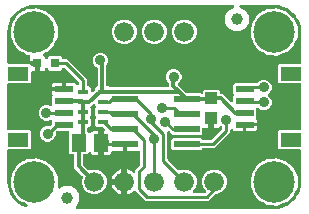
<source format=gbr>
G04 EAGLE Gerber RS-274X export*
G75*
%MOMM*%
%FSLAX34Y34*%
%LPD*%
%INTop Copper*%
%IPPOS*%
%AMOC8*
5,1,8,0,0,1.08239X$1,22.5*%
G01*
%ADD10R,0.900000X0.450000*%
%ADD11C,3.516000*%
%ADD12R,1.550000X0.600000*%
%ADD13R,1.800000X1.200000*%
%ADD14C,1.000000*%
%ADD15R,0.800000X0.800000*%
%ADD16R,2.200000X0.600000*%
%ADD17C,1.676400*%
%ADD18R,1.000000X1.075000*%
%ADD19R,1.240000X1.500000*%
%ADD20C,0.906400*%
%ADD21C,0.254000*%
%ADD22C,0.304800*%

G36*
X228622Y2543D02*
X228622Y2543D01*
X228700Y2545D01*
X232077Y2810D01*
X232145Y2824D01*
X232214Y2829D01*
X232370Y2869D01*
X238794Y4956D01*
X238901Y5006D01*
X239012Y5050D01*
X239063Y5083D01*
X239082Y5091D01*
X239097Y5104D01*
X239148Y5136D01*
X244612Y9107D01*
X244699Y9188D01*
X244746Y9227D01*
X244752Y9231D01*
X244753Y9233D01*
X244791Y9264D01*
X244829Y9310D01*
X244844Y9324D01*
X244855Y9341D01*
X244893Y9387D01*
X246586Y11717D01*
X246599Y11741D01*
X246616Y11761D01*
X246675Y11879D01*
X246739Y11996D01*
X246746Y12022D01*
X246758Y12046D01*
X246785Y12174D01*
X246799Y12185D01*
X246823Y12196D01*
X246925Y12281D01*
X247031Y12361D01*
X247048Y12382D01*
X247068Y12398D01*
X247171Y12522D01*
X248864Y14852D01*
X248921Y14956D01*
X248985Y15056D01*
X249007Y15113D01*
X249017Y15131D01*
X249022Y15151D01*
X249044Y15206D01*
X251131Y21630D01*
X251144Y21698D01*
X251167Y21764D01*
X251190Y21923D01*
X251455Y25300D01*
X251455Y25304D01*
X251456Y25307D01*
X251455Y25326D01*
X251459Y25400D01*
X251459Y51598D01*
X251444Y51716D01*
X251437Y51835D01*
X251424Y51873D01*
X251419Y51914D01*
X251376Y52024D01*
X251339Y52137D01*
X251317Y52172D01*
X251302Y52209D01*
X251233Y52305D01*
X251169Y52406D01*
X251139Y52434D01*
X251116Y52467D01*
X251024Y52543D01*
X250937Y52624D01*
X250902Y52644D01*
X250871Y52669D01*
X250763Y52720D01*
X250659Y52778D01*
X250619Y52788D01*
X250583Y52805D01*
X250466Y52827D01*
X250351Y52857D01*
X250291Y52861D01*
X250271Y52865D01*
X250250Y52863D01*
X250190Y52867D01*
X232618Y52867D01*
X231427Y54058D01*
X231427Y67742D01*
X232618Y68933D01*
X250190Y68933D01*
X250308Y68948D01*
X250427Y68955D01*
X250465Y68968D01*
X250506Y68973D01*
X250616Y69016D01*
X250729Y69053D01*
X250764Y69075D01*
X250801Y69090D01*
X250897Y69159D01*
X250998Y69223D01*
X251026Y69253D01*
X251059Y69276D01*
X251135Y69368D01*
X251216Y69455D01*
X251236Y69490D01*
X251261Y69521D01*
X251312Y69629D01*
X251370Y69733D01*
X251380Y69773D01*
X251397Y69809D01*
X251419Y69926D01*
X251449Y70041D01*
X251453Y70101D01*
X251457Y70121D01*
X251455Y70142D01*
X251459Y70202D01*
X251459Y107598D01*
X251444Y107716D01*
X251437Y107835D01*
X251424Y107873D01*
X251419Y107914D01*
X251376Y108024D01*
X251339Y108137D01*
X251317Y108172D01*
X251302Y108209D01*
X251233Y108305D01*
X251169Y108406D01*
X251139Y108434D01*
X251116Y108467D01*
X251024Y108543D01*
X250937Y108624D01*
X250902Y108644D01*
X250871Y108669D01*
X250763Y108720D01*
X250659Y108778D01*
X250619Y108788D01*
X250583Y108805D01*
X250466Y108827D01*
X250351Y108857D01*
X250291Y108861D01*
X250271Y108865D01*
X250250Y108863D01*
X250190Y108867D01*
X232618Y108867D01*
X231427Y110058D01*
X231427Y123742D01*
X232618Y124933D01*
X250190Y124933D01*
X250308Y124948D01*
X250427Y124955D01*
X250465Y124968D01*
X250506Y124973D01*
X250616Y125016D01*
X250729Y125053D01*
X250764Y125075D01*
X250801Y125090D01*
X250897Y125159D01*
X250998Y125223D01*
X251026Y125253D01*
X251059Y125276D01*
X251135Y125368D01*
X251216Y125455D01*
X251236Y125490D01*
X251261Y125521D01*
X251312Y125629D01*
X251370Y125733D01*
X251380Y125773D01*
X251397Y125809D01*
X251419Y125926D01*
X251449Y126041D01*
X251453Y126101D01*
X251457Y126121D01*
X251455Y126142D01*
X251459Y126202D01*
X251459Y152400D01*
X251457Y152422D01*
X251455Y152500D01*
X251190Y155877D01*
X251176Y155945D01*
X251171Y156014D01*
X251131Y156170D01*
X249044Y162594D01*
X248993Y162701D01*
X248950Y162812D01*
X248917Y162863D01*
X248909Y162882D01*
X248896Y162897D01*
X248864Y162948D01*
X247171Y165278D01*
X247153Y165297D01*
X247139Y165320D01*
X247044Y165413D01*
X246953Y165509D01*
X246931Y165524D01*
X246912Y165542D01*
X246798Y165608D01*
X246792Y165624D01*
X246789Y165651D01*
X246740Y165775D01*
X246697Y165900D01*
X246682Y165922D01*
X246672Y165947D01*
X246586Y166083D01*
X244893Y168413D01*
X244812Y168499D01*
X244736Y168591D01*
X244690Y168629D01*
X244676Y168644D01*
X244658Y168655D01*
X244612Y168693D01*
X239148Y172664D01*
X239044Y172721D01*
X238944Y172785D01*
X238887Y172807D01*
X238869Y172817D01*
X238849Y172822D01*
X238794Y172844D01*
X232370Y174931D01*
X232302Y174944D01*
X232236Y174967D01*
X232077Y174990D01*
X228700Y175255D01*
X228678Y175254D01*
X228600Y175259D01*
X200252Y175259D01*
X200108Y175241D01*
X199963Y175226D01*
X199950Y175221D01*
X199937Y175219D01*
X199802Y175166D01*
X199665Y175115D01*
X199654Y175107D01*
X199641Y175102D01*
X199523Y175017D01*
X199404Y174934D01*
X199395Y174924D01*
X199384Y174916D01*
X199291Y174803D01*
X199196Y174693D01*
X199190Y174681D01*
X199181Y174671D01*
X199119Y174539D01*
X199054Y174408D01*
X199051Y174395D01*
X199046Y174383D01*
X199018Y174241D01*
X198988Y174097D01*
X198988Y174084D01*
X198986Y174071D01*
X198995Y173926D01*
X199001Y173780D01*
X199005Y173767D01*
X199006Y173753D01*
X199050Y173615D01*
X199092Y173475D01*
X199099Y173463D01*
X199104Y173451D01*
X199182Y173327D01*
X199257Y173203D01*
X199266Y173193D01*
X199274Y173182D01*
X199380Y173082D01*
X199484Y172980D01*
X199499Y172970D01*
X199505Y172964D01*
X199520Y172956D01*
X199618Y172891D01*
X204171Y170262D01*
X206851Y165621D01*
X206851Y160261D01*
X204171Y155620D01*
X199530Y152940D01*
X194170Y152940D01*
X189529Y155620D01*
X186849Y160261D01*
X186849Y165621D01*
X189529Y170262D01*
X194082Y172891D01*
X194198Y172979D01*
X194316Y173064D01*
X194325Y173075D01*
X194335Y173083D01*
X194426Y173197D01*
X194519Y173309D01*
X194525Y173322D01*
X194533Y173332D01*
X194593Y173466D01*
X194654Y173597D01*
X194657Y173610D01*
X194662Y173623D01*
X194687Y173767D01*
X194714Y173910D01*
X194713Y173923D01*
X194716Y173936D01*
X194703Y174082D01*
X194694Y174227D01*
X194690Y174240D01*
X194689Y174253D01*
X194641Y174391D01*
X194596Y174529D01*
X194589Y174541D01*
X194585Y174554D01*
X194504Y174675D01*
X194426Y174798D01*
X194416Y174807D01*
X194409Y174819D01*
X194301Y174916D01*
X194195Y175016D01*
X194183Y175023D01*
X194173Y175032D01*
X194044Y175099D01*
X193916Y175170D01*
X193903Y175173D01*
X193891Y175179D01*
X193749Y175213D01*
X193608Y175249D01*
X193590Y175250D01*
X193582Y175252D01*
X193564Y175252D01*
X193448Y175259D01*
X25400Y175259D01*
X25378Y175257D01*
X25300Y175255D01*
X21923Y174990D01*
X21855Y174976D01*
X21786Y174971D01*
X21630Y174931D01*
X18892Y174041D01*
X18867Y174030D01*
X18841Y174024D01*
X18724Y173963D01*
X18604Y173906D01*
X18583Y173889D01*
X18560Y173877D01*
X18462Y173789D01*
X18445Y173788D01*
X18418Y173793D01*
X18286Y173785D01*
X18153Y173783D01*
X18128Y173775D01*
X18101Y173774D01*
X17945Y173734D01*
X15206Y172844D01*
X15099Y172794D01*
X14988Y172750D01*
X14937Y172717D01*
X14918Y172709D01*
X14903Y172696D01*
X14852Y172664D01*
X9388Y168693D01*
X9301Y168612D01*
X9209Y168536D01*
X9171Y168490D01*
X9156Y168476D01*
X9145Y168458D01*
X9107Y168412D01*
X5136Y162948D01*
X5079Y162844D01*
X5015Y162744D01*
X4993Y162687D01*
X4983Y162669D01*
X4978Y162649D01*
X4956Y162594D01*
X2869Y156170D01*
X2856Y156102D01*
X2833Y156036D01*
X2810Y155877D01*
X2545Y152500D01*
X2546Y152478D01*
X2541Y152400D01*
X2541Y126202D01*
X2556Y126084D01*
X2563Y125965D01*
X2576Y125927D01*
X2581Y125886D01*
X2624Y125776D01*
X2661Y125663D01*
X2683Y125628D01*
X2698Y125591D01*
X2767Y125495D01*
X2831Y125394D01*
X2861Y125366D01*
X2884Y125333D01*
X2976Y125257D01*
X3063Y125176D01*
X3098Y125156D01*
X3129Y125131D01*
X3237Y125080D01*
X3341Y125022D01*
X3381Y125012D01*
X3417Y124995D01*
X3534Y124973D01*
X3649Y124943D01*
X3709Y124939D01*
X3729Y124935D01*
X3750Y124937D01*
X3810Y124933D01*
X21382Y124933D01*
X22212Y124102D01*
X22291Y124042D01*
X22363Y123974D01*
X22416Y123945D01*
X22464Y123908D01*
X22555Y123868D01*
X22641Y123820D01*
X22700Y123805D01*
X22755Y123781D01*
X22853Y123766D01*
X22949Y123741D01*
X23049Y123735D01*
X23069Y123731D01*
X23082Y123732D01*
X23110Y123731D01*
X26061Y123731D01*
X26061Y119189D01*
X23842Y119189D01*
X23724Y119174D01*
X23605Y119167D01*
X23567Y119154D01*
X23526Y119149D01*
X23416Y119106D01*
X23303Y119069D01*
X23268Y119047D01*
X23231Y119032D01*
X23135Y118963D01*
X23034Y118899D01*
X23006Y118869D01*
X22973Y118846D01*
X22897Y118754D01*
X22816Y118667D01*
X22796Y118632D01*
X22771Y118601D01*
X22720Y118493D01*
X22662Y118389D01*
X22652Y118349D01*
X22635Y118313D01*
X22613Y118196D01*
X22583Y118081D01*
X22579Y118021D01*
X22575Y118001D01*
X22577Y117980D01*
X22573Y117920D01*
X22573Y110058D01*
X21382Y108867D01*
X3810Y108867D01*
X3692Y108852D01*
X3573Y108845D01*
X3535Y108832D01*
X3494Y108827D01*
X3384Y108784D01*
X3271Y108747D01*
X3236Y108725D01*
X3199Y108710D01*
X3103Y108641D01*
X3002Y108577D01*
X2974Y108547D01*
X2941Y108524D01*
X2865Y108432D01*
X2784Y108345D01*
X2764Y108310D01*
X2739Y108279D01*
X2688Y108171D01*
X2630Y108067D01*
X2620Y108027D01*
X2603Y107991D01*
X2581Y107874D01*
X2551Y107759D01*
X2547Y107699D01*
X2543Y107679D01*
X2545Y107658D01*
X2541Y107598D01*
X2541Y70202D01*
X2556Y70084D01*
X2563Y69965D01*
X2576Y69927D01*
X2581Y69886D01*
X2624Y69776D01*
X2661Y69663D01*
X2683Y69628D01*
X2698Y69591D01*
X2767Y69495D01*
X2831Y69394D01*
X2861Y69366D01*
X2884Y69333D01*
X2976Y69257D01*
X3063Y69176D01*
X3098Y69156D01*
X3129Y69131D01*
X3237Y69080D01*
X3341Y69022D01*
X3381Y69012D01*
X3417Y68995D01*
X3534Y68973D01*
X3649Y68943D01*
X3709Y68939D01*
X3729Y68935D01*
X3750Y68937D01*
X3810Y68933D01*
X21382Y68933D01*
X22573Y67742D01*
X22573Y54058D01*
X21382Y52867D01*
X3810Y52867D01*
X3692Y52852D01*
X3573Y52845D01*
X3535Y52832D01*
X3494Y52827D01*
X3384Y52784D01*
X3271Y52747D01*
X3236Y52725D01*
X3199Y52710D01*
X3103Y52641D01*
X3002Y52577D01*
X2974Y52547D01*
X2941Y52524D01*
X2865Y52432D01*
X2784Y52345D01*
X2764Y52310D01*
X2739Y52279D01*
X2688Y52171D01*
X2630Y52067D01*
X2620Y52027D01*
X2603Y51991D01*
X2581Y51874D01*
X2551Y51759D01*
X2547Y51699D01*
X2543Y51679D01*
X2545Y51658D01*
X2541Y51598D01*
X2541Y25400D01*
X2543Y25378D01*
X2545Y25300D01*
X2810Y21923D01*
X2824Y21855D01*
X2829Y21786D01*
X2869Y21630D01*
X4956Y15206D01*
X5006Y15099D01*
X5050Y14988D01*
X5083Y14937D01*
X5091Y14918D01*
X5104Y14903D01*
X5136Y14852D01*
X9107Y9388D01*
X9127Y9366D01*
X9138Y9348D01*
X9184Y9305D01*
X9188Y9301D01*
X9264Y9209D01*
X9310Y9171D01*
X9324Y9156D01*
X9342Y9145D01*
X9388Y9107D01*
X14852Y5136D01*
X14956Y5079D01*
X15056Y5015D01*
X15113Y4993D01*
X15131Y4983D01*
X15151Y4978D01*
X15206Y4956D01*
X17945Y4066D01*
X17971Y4061D01*
X17996Y4051D01*
X18127Y4031D01*
X18257Y4006D01*
X18284Y4008D01*
X18310Y4004D01*
X18442Y4018D01*
X18575Y4026D01*
X18600Y4035D01*
X18627Y4037D01*
X18751Y4084D01*
X18877Y4125D01*
X18900Y4139D01*
X18925Y4148D01*
X19034Y4224D01*
X19146Y4295D01*
X19164Y4314D01*
X19186Y4330D01*
X19273Y4430D01*
X19364Y4527D01*
X19376Y4550D01*
X19394Y4570D01*
X19453Y4689D01*
X19517Y4805D01*
X19524Y4831D01*
X19536Y4855D01*
X19563Y4985D01*
X19596Y5113D01*
X19596Y5140D01*
X19602Y5166D01*
X19596Y5299D01*
X19597Y5431D01*
X19590Y5457D01*
X19589Y5484D01*
X19551Y5611D01*
X19518Y5739D01*
X19505Y5763D01*
X19497Y5788D01*
X19428Y5902D01*
X19365Y6018D01*
X19347Y6038D01*
X19333Y6060D01*
X19238Y6154D01*
X19147Y6250D01*
X19125Y6265D01*
X19106Y6283D01*
X18972Y6372D01*
X16215Y7964D01*
X16213Y7965D01*
X16210Y7967D01*
X16066Y8038D01*
X14290Y8773D01*
X13693Y9370D01*
X13626Y9422D01*
X13565Y9483D01*
X13451Y9558D01*
X13442Y9565D01*
X13438Y9567D01*
X13431Y9572D01*
X11929Y10439D01*
X10139Y12903D01*
X10126Y12917D01*
X10116Y12933D01*
X10009Y13054D01*
X8773Y14290D01*
X8357Y15296D01*
X8322Y15356D01*
X8297Y15420D01*
X8211Y15556D01*
X7008Y17211D01*
X6447Y19849D01*
X6436Y19883D01*
X6431Y19919D01*
X6379Y20071D01*
X5787Y21499D01*
X5787Y22822D01*
X5781Y22874D01*
X5783Y22926D01*
X5760Y23086D01*
X5268Y25400D01*
X5760Y27714D01*
X5764Y27767D01*
X5777Y27817D01*
X5787Y27978D01*
X5787Y29301D01*
X6379Y30729D01*
X6388Y30763D01*
X6404Y30795D01*
X6447Y30951D01*
X7008Y33589D01*
X8211Y35244D01*
X8244Y35305D01*
X8286Y35360D01*
X8357Y35504D01*
X8773Y36510D01*
X10009Y37746D01*
X10021Y37761D01*
X10036Y37773D01*
X10139Y37897D01*
X11929Y40361D01*
X13431Y41228D01*
X13499Y41280D01*
X13573Y41324D01*
X13675Y41414D01*
X13684Y41421D01*
X13687Y41424D01*
X13693Y41430D01*
X14290Y42027D01*
X16066Y42762D01*
X16068Y42764D01*
X16071Y42764D01*
X16215Y42836D01*
X19179Y44547D01*
X20598Y44696D01*
X20698Y44720D01*
X20799Y44734D01*
X20887Y44764D01*
X20908Y44769D01*
X20920Y44775D01*
X20951Y44786D01*
X21499Y45013D01*
X23543Y45013D01*
X23560Y45015D01*
X23676Y45020D01*
X27504Y45422D01*
X28573Y45075D01*
X28690Y45053D01*
X28805Y45023D01*
X28865Y45019D01*
X28885Y45015D01*
X28906Y45017D01*
X28965Y45013D01*
X29301Y45013D01*
X31209Y44222D01*
X31230Y44217D01*
X31303Y44188D01*
X35466Y42835D01*
X36078Y42285D01*
X36189Y42207D01*
X36297Y42126D01*
X36327Y42111D01*
X36339Y42103D01*
X36359Y42096D01*
X36441Y42055D01*
X36510Y42027D01*
X37805Y40732D01*
X37819Y40721D01*
X37853Y40686D01*
X41687Y37234D01*
X41900Y36756D01*
X41979Y36626D01*
X42250Y35971D01*
X42255Y35962D01*
X42263Y35941D01*
X45092Y29586D01*
X45092Y21050D01*
X45109Y20918D01*
X45120Y20786D01*
X45129Y20761D01*
X45132Y20734D01*
X45181Y20611D01*
X45224Y20486D01*
X45239Y20463D01*
X45249Y20438D01*
X45327Y20331D01*
X45400Y20221D01*
X45420Y20203D01*
X45436Y20181D01*
X45538Y20096D01*
X45636Y20008D01*
X45660Y19995D01*
X45681Y19978D01*
X45801Y19922D01*
X45918Y19860D01*
X45944Y19854D01*
X45969Y19843D01*
X46099Y19818D01*
X46228Y19787D01*
X46255Y19788D01*
X46281Y19783D01*
X46413Y19791D01*
X46546Y19794D01*
X46572Y19801D01*
X46599Y19803D01*
X46725Y19843D01*
X46852Y19879D01*
X46886Y19896D01*
X46901Y19901D01*
X46920Y19912D01*
X46996Y19950D01*
X50660Y22066D01*
X56020Y22066D01*
X60661Y19386D01*
X63341Y14745D01*
X63341Y9385D01*
X60525Y4508D01*
X60510Y4491D01*
X60505Y4480D01*
X60498Y4470D01*
X60437Y4335D01*
X60426Y4311D01*
X60411Y4283D01*
X60408Y4273D01*
X60375Y4203D01*
X60373Y4191D01*
X60368Y4180D01*
X60343Y4034D01*
X60332Y3979D01*
X60331Y3976D01*
X60331Y3974D01*
X60315Y3890D01*
X60316Y3878D01*
X60314Y3866D01*
X60326Y3720D01*
X60335Y3573D01*
X60339Y3561D01*
X60340Y3549D01*
X60388Y3410D01*
X60433Y3271D01*
X60439Y3260D01*
X60443Y3249D01*
X60524Y3126D01*
X60603Y3002D01*
X60612Y2993D01*
X60619Y2983D01*
X60728Y2884D01*
X60835Y2784D01*
X60845Y2778D01*
X60854Y2770D01*
X60985Y2701D01*
X61113Y2630D01*
X61125Y2627D01*
X61136Y2622D01*
X61279Y2588D01*
X61421Y2551D01*
X61438Y2550D01*
X61445Y2548D01*
X61461Y2548D01*
X61582Y2541D01*
X228600Y2541D01*
X228622Y2543D01*
G37*
%LPC*%
G36*
X119282Y9397D02*
X119282Y9397D01*
X116976Y11704D01*
X111061Y17619D01*
X110966Y17692D01*
X110877Y17770D01*
X110841Y17789D01*
X110809Y17814D01*
X110700Y17861D01*
X110594Y17915D01*
X110555Y17924D01*
X110518Y17940D01*
X110400Y17959D01*
X110284Y17985D01*
X110243Y17983D01*
X110203Y17990D01*
X110084Y17979D01*
X109966Y17975D01*
X109927Y17964D01*
X109887Y17960D01*
X109775Y17920D01*
X109660Y17887D01*
X109626Y17866D01*
X109588Y17852D01*
X109489Y17785D01*
X109386Y17725D01*
X109341Y17685D01*
X109324Y17674D01*
X109311Y17658D01*
X109266Y17619D01*
X108716Y17069D01*
X107325Y16058D01*
X105793Y15277D01*
X104158Y14746D01*
X104099Y14737D01*
X104099Y24170D01*
X104084Y24288D01*
X104077Y24407D01*
X104064Y24445D01*
X104059Y24485D01*
X104016Y24596D01*
X103979Y24709D01*
X103957Y24743D01*
X103942Y24781D01*
X103873Y24877D01*
X103809Y24978D01*
X103779Y25006D01*
X103756Y25038D01*
X103664Y25114D01*
X103577Y25196D01*
X103542Y25215D01*
X103511Y25241D01*
X103403Y25292D01*
X103299Y25349D01*
X103259Y25359D01*
X103223Y25377D01*
X103116Y25397D01*
X103146Y25401D01*
X103256Y25445D01*
X103369Y25481D01*
X103404Y25503D01*
X103441Y25518D01*
X103537Y25588D01*
X103638Y25651D01*
X103666Y25681D01*
X103699Y25705D01*
X103775Y25796D01*
X103856Y25883D01*
X103876Y25918D01*
X103901Y25950D01*
X103952Y26057D01*
X104010Y26162D01*
X104020Y26201D01*
X104037Y26237D01*
X104059Y26354D01*
X104089Y26470D01*
X104093Y26530D01*
X104097Y26550D01*
X104095Y26570D01*
X104097Y26576D01*
X104096Y26583D01*
X104099Y26630D01*
X104099Y36063D01*
X104158Y36054D01*
X105793Y35523D01*
X107325Y34742D01*
X108716Y33731D01*
X108830Y33617D01*
X108940Y33532D01*
X109047Y33443D01*
X109066Y33434D01*
X109082Y33422D01*
X109210Y33366D01*
X109335Y33307D01*
X109355Y33303D01*
X109374Y33295D01*
X109511Y33273D01*
X109648Y33247D01*
X109668Y33249D01*
X109688Y33245D01*
X109826Y33258D01*
X109965Y33267D01*
X109984Y33273D01*
X110004Y33275D01*
X110135Y33322D01*
X110267Y33365D01*
X110285Y33376D01*
X110304Y33383D01*
X110418Y33461D01*
X110536Y33535D01*
X110550Y33550D01*
X110567Y33561D01*
X110659Y33666D01*
X110754Y33767D01*
X110764Y33785D01*
X110777Y33800D01*
X110840Y33923D01*
X110908Y34045D01*
X110913Y34065D01*
X110922Y34083D01*
X110952Y34219D01*
X110987Y34353D01*
X110989Y34381D01*
X110992Y34393D01*
X110991Y34414D01*
X110997Y34514D01*
X110997Y35658D01*
X114397Y39058D01*
X114458Y39136D01*
X114526Y39208D01*
X114555Y39261D01*
X114592Y39309D01*
X114631Y39400D01*
X114679Y39487D01*
X114694Y39545D01*
X114718Y39601D01*
X114734Y39699D01*
X114759Y39795D01*
X114765Y39895D01*
X114768Y39915D01*
X114767Y39927D01*
X114769Y39955D01*
X114769Y50340D01*
X114754Y50458D01*
X114746Y50577D01*
X114734Y50615D01*
X114729Y50656D01*
X114685Y50766D01*
X114648Y50879D01*
X114627Y50914D01*
X114612Y50951D01*
X114542Y51047D01*
X114478Y51148D01*
X114449Y51176D01*
X114425Y51209D01*
X114333Y51285D01*
X114247Y51366D01*
X114211Y51386D01*
X114180Y51411D01*
X114072Y51462D01*
X113968Y51520D01*
X113929Y51530D01*
X113892Y51547D01*
X113776Y51569D01*
X113660Y51599D01*
X113600Y51603D01*
X113580Y51607D01*
X113560Y51605D01*
X113500Y51609D01*
X103769Y51609D01*
X103769Y56920D01*
X103754Y57038D01*
X103747Y57157D01*
X103734Y57195D01*
X103729Y57235D01*
X103686Y57346D01*
X103649Y57459D01*
X103627Y57493D01*
X103612Y57531D01*
X103543Y57627D01*
X103479Y57728D01*
X103449Y57756D01*
X103426Y57788D01*
X103334Y57864D01*
X103247Y57946D01*
X103212Y57965D01*
X103181Y57991D01*
X103137Y58011D01*
X103082Y58087D01*
X103019Y58188D01*
X102989Y58216D01*
X102965Y58249D01*
X102874Y58325D01*
X102787Y58406D01*
X102752Y58426D01*
X102720Y58451D01*
X102613Y58502D01*
X102508Y58560D01*
X102469Y58570D01*
X102433Y58587D01*
X102316Y58609D01*
X102200Y58639D01*
X102140Y58643D01*
X102120Y58647D01*
X102100Y58645D01*
X102040Y58649D01*
X88729Y58649D01*
X88729Y59690D01*
X88714Y59808D01*
X88707Y59927D01*
X88694Y59965D01*
X88689Y60005D01*
X88646Y60116D01*
X88609Y60229D01*
X88587Y60264D01*
X88572Y60301D01*
X88503Y60397D01*
X88439Y60498D01*
X88409Y60526D01*
X88386Y60558D01*
X88294Y60634D01*
X88207Y60716D01*
X88172Y60735D01*
X88141Y60761D01*
X88033Y60812D01*
X87929Y60869D01*
X87889Y60880D01*
X87853Y60897D01*
X87736Y60919D01*
X87621Y60949D01*
X87561Y60953D01*
X87541Y60957D01*
X87520Y60955D01*
X87460Y60959D01*
X84429Y60959D01*
X84429Y68615D01*
X84435Y68618D01*
X84548Y68699D01*
X84663Y68777D01*
X84676Y68793D01*
X84693Y68804D01*
X84782Y68912D01*
X84874Y69016D01*
X84883Y69034D01*
X84896Y69049D01*
X84955Y69175D01*
X85018Y69299D01*
X85023Y69319D01*
X85031Y69337D01*
X85057Y69473D01*
X85088Y69609D01*
X85087Y69629D01*
X85091Y69649D01*
X85082Y69788D01*
X85078Y69927D01*
X85072Y69947D01*
X85071Y69967D01*
X85028Y70099D01*
X84990Y70233D01*
X84979Y70250D01*
X84973Y70269D01*
X84899Y70387D01*
X84828Y70507D01*
X84810Y70528D01*
X84803Y70538D01*
X84788Y70552D01*
X84722Y70628D01*
X84104Y71246D01*
X84025Y71306D01*
X83953Y71374D01*
X83900Y71403D01*
X83852Y71440D01*
X83762Y71480D01*
X83675Y71528D01*
X83616Y71543D01*
X83561Y71567D01*
X83463Y71582D01*
X83367Y71607D01*
X83267Y71613D01*
X83246Y71617D01*
X83234Y71615D01*
X83206Y71617D01*
X78088Y71617D01*
X76897Y72808D01*
X76897Y78992D01*
X77408Y79503D01*
X77481Y79597D01*
X77560Y79686D01*
X77578Y79722D01*
X77603Y79754D01*
X77650Y79863D01*
X77704Y79969D01*
X77713Y80008D01*
X77729Y80046D01*
X77748Y80163D01*
X77774Y80279D01*
X77773Y80320D01*
X77779Y80360D01*
X77768Y80478D01*
X77764Y80597D01*
X77753Y80636D01*
X77749Y80676D01*
X77709Y80788D01*
X77676Y80903D01*
X77655Y80938D01*
X77642Y80976D01*
X77575Y81074D01*
X77514Y81177D01*
X77474Y81222D01*
X77463Y81239D01*
X77448Y81252D01*
X77408Y81298D01*
X76897Y81808D01*
X76897Y87992D01*
X76908Y88003D01*
X76981Y88097D01*
X77060Y88186D01*
X77078Y88222D01*
X77103Y88254D01*
X77150Y88363D01*
X77204Y88469D01*
X77213Y88509D01*
X77229Y88546D01*
X77248Y88663D01*
X77274Y88779D01*
X77273Y88820D01*
X77279Y88860D01*
X77268Y88979D01*
X77264Y89097D01*
X77253Y89136D01*
X77249Y89176D01*
X77209Y89288D01*
X77176Y89403D01*
X77155Y89438D01*
X77142Y89476D01*
X77075Y89574D01*
X77014Y89677D01*
X76974Y89722D01*
X76963Y89739D01*
X76948Y89752D01*
X76908Y89798D01*
X76897Y89808D01*
X76897Y90052D01*
X76880Y90190D01*
X76867Y90328D01*
X76860Y90347D01*
X76857Y90368D01*
X76806Y90497D01*
X76759Y90628D01*
X76748Y90645D01*
X76740Y90663D01*
X76659Y90776D01*
X76581Y90891D01*
X76565Y90904D01*
X76554Y90921D01*
X76446Y91009D01*
X76342Y91101D01*
X76324Y91110D01*
X76309Y91123D01*
X76183Y91183D01*
X76059Y91246D01*
X76039Y91250D01*
X76021Y91259D01*
X75884Y91285D01*
X75749Y91316D01*
X75728Y91315D01*
X75709Y91319D01*
X75570Y91310D01*
X75431Y91306D01*
X75411Y91300D01*
X75391Y91299D01*
X75259Y91256D01*
X75125Y91217D01*
X75108Y91207D01*
X75089Y91201D01*
X74971Y91126D01*
X74851Y91056D01*
X74830Y91037D01*
X74820Y91031D01*
X74806Y91016D01*
X74731Y90950D01*
X73265Y89484D01*
X73192Y89390D01*
X73113Y89301D01*
X73095Y89265D01*
X73070Y89233D01*
X73023Y89124D01*
X72969Y89018D01*
X72960Y88978D01*
X72944Y88941D01*
X72925Y88823D01*
X72899Y88707D01*
X72901Y88667D01*
X72894Y88627D01*
X72905Y88508D01*
X72909Y88389D01*
X72920Y88351D01*
X72924Y88310D01*
X72963Y88203D01*
X72963Y81808D01*
X72452Y81297D01*
X72379Y81203D01*
X72300Y81114D01*
X72282Y81078D01*
X72257Y81046D01*
X72210Y80937D01*
X72156Y80831D01*
X72147Y80792D01*
X72131Y80754D01*
X72112Y80637D01*
X72086Y80521D01*
X72087Y80480D01*
X72081Y80440D01*
X72092Y80322D01*
X72096Y80203D01*
X72107Y80164D01*
X72111Y80124D01*
X72151Y80012D01*
X72184Y79897D01*
X72205Y79862D01*
X72218Y79824D01*
X72285Y79726D01*
X72346Y79623D01*
X72386Y79578D01*
X72397Y79561D01*
X72412Y79548D01*
X72452Y79502D01*
X72963Y78992D01*
X72963Y72808D01*
X71772Y71617D01*
X71256Y71617D01*
X71138Y71602D01*
X71019Y71595D01*
X70981Y71582D01*
X70940Y71577D01*
X70830Y71534D01*
X70717Y71497D01*
X70682Y71475D01*
X70645Y71460D01*
X70549Y71391D01*
X70448Y71327D01*
X70420Y71297D01*
X70387Y71274D01*
X70311Y71182D01*
X70230Y71095D01*
X70210Y71060D01*
X70185Y71029D01*
X70134Y70921D01*
X70076Y70817D01*
X70066Y70777D01*
X70049Y70741D01*
X70027Y70624D01*
X69997Y70509D01*
X69993Y70449D01*
X69989Y70429D01*
X69991Y70408D01*
X69987Y70348D01*
X69987Y68424D01*
X69999Y68326D01*
X70002Y68226D01*
X70019Y68168D01*
X70027Y68108D01*
X70063Y68016D01*
X70091Y67921D01*
X70121Y67869D01*
X70144Y67812D01*
X70202Y67732D01*
X70252Y67647D01*
X70318Y67572D01*
X70330Y67555D01*
X70340Y67547D01*
X70358Y67526D01*
X71297Y66588D01*
X71396Y66511D01*
X71491Y66429D01*
X71521Y66414D01*
X71548Y66393D01*
X71663Y66343D01*
X71776Y66287D01*
X71809Y66280D01*
X71840Y66267D01*
X71964Y66247D01*
X72087Y66221D01*
X72121Y66222D01*
X72154Y66217D01*
X72279Y66228D01*
X72405Y66234D01*
X72437Y66243D01*
X72471Y66247D01*
X72589Y66289D01*
X72709Y66325D01*
X72738Y66343D01*
X72770Y66354D01*
X72874Y66425D01*
X72982Y66490D01*
X73005Y66514D01*
X73033Y66533D01*
X73116Y66627D01*
X73204Y66717D01*
X73231Y66757D01*
X73244Y66771D01*
X73253Y66790D01*
X73294Y66851D01*
X73657Y67480D01*
X74130Y67953D01*
X74709Y68288D01*
X75356Y68461D01*
X79351Y68461D01*
X79351Y59690D01*
X79366Y59572D01*
X79373Y59453D01*
X79386Y59415D01*
X79391Y59375D01*
X79434Y59264D01*
X79471Y59151D01*
X79493Y59116D01*
X79508Y59079D01*
X79578Y58983D01*
X79641Y58882D01*
X79671Y58854D01*
X79695Y58822D01*
X79786Y58746D01*
X79873Y58664D01*
X79908Y58645D01*
X79939Y58619D01*
X80047Y58568D01*
X80151Y58511D01*
X80191Y58500D01*
X80227Y58483D01*
X80344Y58461D01*
X80459Y58431D01*
X80520Y58427D01*
X80540Y58423D01*
X80560Y58425D01*
X80620Y58421D01*
X81891Y58421D01*
X81891Y58419D01*
X80620Y58419D01*
X80502Y58404D01*
X80383Y58397D01*
X80345Y58384D01*
X80305Y58379D01*
X80194Y58335D01*
X80081Y58299D01*
X80046Y58277D01*
X80009Y58262D01*
X79913Y58192D01*
X79812Y58129D01*
X79784Y58099D01*
X79751Y58075D01*
X79676Y57984D01*
X79594Y57897D01*
X79574Y57862D01*
X79549Y57830D01*
X79498Y57723D01*
X79440Y57619D01*
X79430Y57579D01*
X79413Y57543D01*
X79391Y57426D01*
X79361Y57311D01*
X79357Y57250D01*
X79353Y57230D01*
X79355Y57210D01*
X79354Y57203D01*
X79353Y57199D01*
X79354Y57195D01*
X79351Y57150D01*
X79351Y48379D01*
X75356Y48379D01*
X74709Y48552D01*
X74130Y48887D01*
X73657Y49360D01*
X73294Y49989D01*
X73218Y50089D01*
X73147Y50193D01*
X73122Y50216D01*
X73101Y50243D01*
X73003Y50321D01*
X72909Y50404D01*
X72879Y50419D01*
X72852Y50440D01*
X72737Y50491D01*
X72625Y50549D01*
X72592Y50556D01*
X72562Y50570D01*
X72437Y50591D01*
X72315Y50618D01*
X72281Y50617D01*
X72248Y50623D01*
X72123Y50612D01*
X71997Y50609D01*
X71965Y50599D01*
X71931Y50596D01*
X71812Y50555D01*
X71692Y50520D01*
X71663Y50503D01*
X71631Y50492D01*
X71526Y50422D01*
X71418Y50359D01*
X71381Y50326D01*
X71366Y50316D01*
X71351Y50300D01*
X71297Y50252D01*
X69932Y48887D01*
X67716Y48887D01*
X67598Y48872D01*
X67479Y48865D01*
X67441Y48852D01*
X67400Y48847D01*
X67290Y48804D01*
X67177Y48767D01*
X67142Y48745D01*
X67105Y48730D01*
X67009Y48661D01*
X66908Y48597D01*
X66880Y48567D01*
X66847Y48544D01*
X66771Y48452D01*
X66690Y48365D01*
X66670Y48330D01*
X66645Y48299D01*
X66594Y48191D01*
X66536Y48087D01*
X66526Y48047D01*
X66509Y48011D01*
X66487Y47894D01*
X66457Y47779D01*
X66453Y47719D01*
X66449Y47699D01*
X66451Y47678D01*
X66447Y47618D01*
X66447Y40709D01*
X66459Y40611D01*
X66462Y40512D01*
X66479Y40454D01*
X66487Y40393D01*
X66523Y40301D01*
X66551Y40206D01*
X66581Y40154D01*
X66604Y40098D01*
X66662Y40018D01*
X66712Y39932D01*
X66778Y39857D01*
X66790Y39840D01*
X66800Y39833D01*
X66818Y39811D01*
X71186Y35444D01*
X71209Y35426D01*
X71228Y35403D01*
X71334Y35329D01*
X71437Y35249D01*
X71464Y35237D01*
X71488Y35220D01*
X71610Y35174D01*
X71729Y35123D01*
X71758Y35118D01*
X71786Y35108D01*
X71915Y35093D01*
X72043Y35073D01*
X72073Y35076D01*
X72102Y35072D01*
X72230Y35091D01*
X72360Y35103D01*
X72388Y35113D01*
X72417Y35117D01*
X72569Y35169D01*
X74128Y35815D01*
X78272Y35815D01*
X82099Y34229D01*
X85029Y31299D01*
X86615Y27472D01*
X86615Y23328D01*
X85029Y19501D01*
X82099Y16571D01*
X78272Y14985D01*
X74128Y14985D01*
X70301Y16571D01*
X67371Y19501D01*
X65785Y23328D01*
X65785Y27472D01*
X66431Y29031D01*
X66439Y29059D01*
X66452Y29086D01*
X66481Y29212D01*
X66515Y29338D01*
X66516Y29367D01*
X66522Y29396D01*
X66518Y29526D01*
X66520Y29656D01*
X66513Y29684D01*
X66512Y29714D01*
X66476Y29838D01*
X66446Y29965D01*
X66432Y29991D01*
X66424Y30019D01*
X66358Y30131D01*
X66297Y30246D01*
X66277Y30268D01*
X66262Y30293D01*
X66156Y30414D01*
X59333Y37237D01*
X59333Y47618D01*
X59318Y47736D01*
X59311Y47855D01*
X59298Y47893D01*
X59293Y47934D01*
X59250Y48044D01*
X59213Y48157D01*
X59191Y48192D01*
X59176Y48229D01*
X59107Y48325D01*
X59043Y48426D01*
X59013Y48454D01*
X58990Y48487D01*
X58898Y48563D01*
X58811Y48644D01*
X58776Y48664D01*
X58745Y48689D01*
X58637Y48740D01*
X58533Y48798D01*
X58493Y48808D01*
X58457Y48825D01*
X58340Y48847D01*
X58225Y48877D01*
X58165Y48881D01*
X58145Y48885D01*
X58124Y48883D01*
X58064Y48887D01*
X55848Y48887D01*
X54657Y50078D01*
X54657Y66780D01*
X54681Y66810D01*
X54770Y66917D01*
X54778Y66936D01*
X54791Y66952D01*
X54846Y67080D01*
X54905Y67205D01*
X54909Y67225D01*
X54917Y67244D01*
X54939Y67381D01*
X54965Y67518D01*
X54964Y67538D01*
X54967Y67558D01*
X54954Y67696D01*
X54945Y67835D01*
X54939Y67854D01*
X54937Y67874D01*
X54890Y68005D01*
X54847Y68137D01*
X54836Y68155D01*
X54830Y68174D01*
X54751Y68289D01*
X54677Y68406D01*
X54662Y68420D01*
X54651Y68437D01*
X54547Y68529D01*
X54445Y68624D01*
X54428Y68634D01*
X54413Y68647D01*
X54289Y68710D01*
X54167Y68778D01*
X54147Y68783D01*
X54129Y68792D01*
X53994Y68822D01*
X53859Y68857D01*
X53831Y68859D01*
X53819Y68862D01*
X53799Y68861D01*
X53698Y68867D01*
X44854Y68867D01*
X44755Y68855D01*
X44656Y68852D01*
X44598Y68835D01*
X44538Y68827D01*
X44446Y68791D01*
X44351Y68763D01*
X44299Y68733D01*
X44243Y68710D01*
X44162Y68652D01*
X44077Y68602D01*
X44002Y68536D01*
X43985Y68524D01*
X43977Y68514D01*
X43956Y68495D01*
X43766Y68306D01*
X43706Y68228D01*
X43638Y68155D01*
X43609Y68102D01*
X43572Y68054D01*
X43532Y67964D01*
X43484Y67877D01*
X43469Y67818D01*
X43445Y67762D01*
X43430Y67665D01*
X43405Y67569D01*
X43399Y67469D01*
X43395Y67448D01*
X43397Y67436D01*
X43395Y67408D01*
X43395Y64734D01*
X42395Y62321D01*
X40549Y60475D01*
X38136Y59475D01*
X35524Y59475D01*
X33111Y60475D01*
X31265Y62321D01*
X30265Y64734D01*
X30265Y67346D01*
X31265Y69759D01*
X33111Y71605D01*
X35524Y72605D01*
X38198Y72605D01*
X38296Y72617D01*
X38395Y72620D01*
X38454Y72637D01*
X38514Y72645D01*
X38606Y72681D01*
X38701Y72709D01*
X38753Y72739D01*
X38809Y72762D01*
X38889Y72820D01*
X38975Y72870D01*
X39050Y72936D01*
X39067Y72948D01*
X39075Y72958D01*
X39096Y72976D01*
X40386Y74266D01*
X40446Y74344D01*
X40514Y74417D01*
X40543Y74470D01*
X40580Y74518D01*
X40620Y74608D01*
X40668Y74695D01*
X40683Y74754D01*
X40707Y74809D01*
X40722Y74907D01*
X40747Y75003D01*
X40753Y75103D01*
X40757Y75123D01*
X40755Y75136D01*
X40757Y75164D01*
X40757Y76968D01*
X40751Y77017D01*
X40753Y77067D01*
X40731Y77174D01*
X40717Y77283D01*
X40699Y77329D01*
X40689Y77378D01*
X40641Y77477D01*
X40600Y77579D01*
X40571Y77619D01*
X40549Y77664D01*
X40478Y77747D01*
X40414Y77836D01*
X40375Y77868D01*
X40343Y77906D01*
X40253Y77969D01*
X40169Y78039D01*
X40124Y78060D01*
X40083Y78089D01*
X39980Y78128D01*
X39881Y78175D01*
X39832Y78184D01*
X39786Y78201D01*
X39676Y78214D01*
X39569Y78234D01*
X39519Y78231D01*
X39470Y78237D01*
X39361Y78221D01*
X39251Y78215D01*
X39204Y78199D01*
X39155Y78192D01*
X39002Y78140D01*
X36866Y77255D01*
X34254Y77255D01*
X31841Y78255D01*
X29995Y80101D01*
X28995Y82514D01*
X28995Y85126D01*
X29995Y87539D01*
X31841Y89385D01*
X34254Y90385D01*
X36866Y90385D01*
X39002Y89500D01*
X39050Y89487D01*
X39095Y89465D01*
X39203Y89445D01*
X39309Y89416D01*
X39359Y89415D01*
X39408Y89406D01*
X39517Y89413D01*
X39627Y89411D01*
X39675Y89422D01*
X39725Y89425D01*
X39829Y89459D01*
X39936Y89485D01*
X39980Y89508D01*
X40027Y89523D01*
X40120Y89582D01*
X40217Y89634D01*
X40254Y89667D01*
X40296Y89694D01*
X40371Y89774D01*
X40453Y89848D01*
X40480Y89889D01*
X40514Y89925D01*
X40567Y90021D01*
X40627Y90113D01*
X40644Y90160D01*
X40668Y90204D01*
X40695Y90310D01*
X40731Y90414D01*
X40735Y90464D01*
X40747Y90512D01*
X40757Y90672D01*
X40757Y97767D01*
X40811Y97827D01*
X40829Y97863D01*
X40854Y97895D01*
X40901Y98004D01*
X40955Y98111D01*
X40964Y98150D01*
X40980Y98186D01*
X40999Y98304D01*
X41025Y98421D01*
X41023Y98461D01*
X41030Y98500D01*
X41019Y98619D01*
X41015Y98739D01*
X41004Y98777D01*
X41000Y98817D01*
X40960Y98929D01*
X40926Y99044D01*
X40906Y99079D01*
X40892Y99116D01*
X40845Y99186D01*
X40840Y99195D01*
X40422Y99919D01*
X40249Y100566D01*
X40249Y102401D01*
X50310Y102401D01*
X50428Y102416D01*
X50547Y102423D01*
X50585Y102435D01*
X50625Y102441D01*
X50736Y102484D01*
X50849Y102521D01*
X50883Y102543D01*
X50921Y102558D01*
X51017Y102627D01*
X51118Y102691D01*
X51146Y102721D01*
X51178Y102744D01*
X51254Y102836D01*
X51336Y102923D01*
X51355Y102958D01*
X51381Y102989D01*
X51401Y103033D01*
X51477Y103088D01*
X51578Y103151D01*
X51606Y103181D01*
X51639Y103205D01*
X51715Y103296D01*
X51796Y103383D01*
X51816Y103418D01*
X51841Y103450D01*
X51892Y103557D01*
X51950Y103662D01*
X51960Y103701D01*
X51977Y103737D01*
X51999Y103854D01*
X52029Y103970D01*
X52033Y104030D01*
X52037Y104050D01*
X52035Y104070D01*
X52039Y104130D01*
X52039Y109441D01*
X58624Y109441D01*
X59271Y109268D01*
X59850Y108933D01*
X60323Y108460D01*
X60702Y107804D01*
X60746Y107693D01*
X60750Y107688D01*
X60752Y107682D01*
X60843Y107560D01*
X60932Y107436D01*
X60938Y107432D01*
X60942Y107426D01*
X61059Y107331D01*
X61177Y107233D01*
X61183Y107230D01*
X61189Y107226D01*
X61328Y107162D01*
X61465Y107098D01*
X61472Y107096D01*
X61478Y107094D01*
X61629Y107066D01*
X61778Y107038D01*
X61784Y107038D01*
X61791Y107037D01*
X61943Y107048D01*
X62095Y107058D01*
X62101Y107060D01*
X62108Y107060D01*
X62253Y107109D01*
X62397Y107156D01*
X62403Y107159D01*
X62409Y107161D01*
X62538Y107245D01*
X62666Y107326D01*
X62671Y107331D01*
X62676Y107334D01*
X62780Y107446D01*
X62884Y107557D01*
X62887Y107563D01*
X62892Y107568D01*
X62964Y107702D01*
X63038Y107836D01*
X63039Y107842D01*
X63042Y107848D01*
X63079Y107995D01*
X63117Y108144D01*
X63118Y108153D01*
X63119Y108157D01*
X63119Y108167D01*
X63127Y108305D01*
X63127Y109476D01*
X63115Y109574D01*
X63112Y109673D01*
X63095Y109732D01*
X63087Y109792D01*
X63051Y109884D01*
X63023Y109979D01*
X62993Y110031D01*
X62970Y110087D01*
X62912Y110167D01*
X62862Y110253D01*
X62796Y110328D01*
X62784Y110345D01*
X62774Y110353D01*
X62756Y110374D01*
X51259Y121870D01*
X51150Y121955D01*
X51043Y122044D01*
X51024Y122052D01*
X51008Y122065D01*
X50880Y122120D01*
X50755Y122179D01*
X50735Y122183D01*
X50716Y122191D01*
X50578Y122213D01*
X50442Y122239D01*
X50422Y122238D01*
X50402Y122241D01*
X50263Y122228D01*
X50125Y122219D01*
X50106Y122213D01*
X50086Y122211D01*
X49954Y122164D01*
X49823Y122121D01*
X49805Y122110D01*
X49786Y122103D01*
X49671Y122025D01*
X49554Y121951D01*
X49540Y121936D01*
X49523Y121925D01*
X49431Y121821D01*
X49336Y121719D01*
X49326Y121702D01*
X49313Y121686D01*
X49249Y121562D01*
X49182Y121441D01*
X49177Y121421D01*
X49168Y121403D01*
X49138Y121267D01*
X49103Y121133D01*
X49101Y121105D01*
X49098Y121093D01*
X49099Y121072D01*
X49093Y120972D01*
X49093Y120888D01*
X47902Y119697D01*
X38218Y119697D01*
X37016Y120899D01*
X37008Y120961D01*
X36991Y121113D01*
X36988Y121119D01*
X36987Y121126D01*
X36931Y121269D01*
X36877Y121410D01*
X36873Y121416D01*
X36870Y121422D01*
X36781Y121546D01*
X36693Y121669D01*
X36688Y121674D01*
X36684Y121679D01*
X36565Y121777D01*
X36450Y121875D01*
X36444Y121878D01*
X36439Y121882D01*
X36301Y121947D01*
X36164Y122013D01*
X36157Y122015D01*
X36151Y122018D01*
X36003Y122046D01*
X35852Y122076D01*
X35845Y122076D01*
X35839Y122077D01*
X35687Y122068D01*
X35534Y122060D01*
X35528Y122058D01*
X35521Y122058D01*
X35377Y122011D01*
X35231Y121965D01*
X35225Y121962D01*
X35219Y121960D01*
X35090Y121878D01*
X34960Y121798D01*
X34956Y121793D01*
X34950Y121789D01*
X34845Y121678D01*
X34740Y121569D01*
X34737Y121563D01*
X34732Y121558D01*
X34658Y121424D01*
X34583Y121292D01*
X34581Y121283D01*
X34578Y121279D01*
X34576Y121269D01*
X34532Y121139D01*
X34428Y120749D01*
X34093Y120170D01*
X33620Y119697D01*
X33041Y119362D01*
X32394Y119189D01*
X30059Y119189D01*
X30059Y125000D01*
X30044Y125118D01*
X30037Y125237D01*
X30024Y125275D01*
X30019Y125315D01*
X29976Y125426D01*
X29939Y125539D01*
X29917Y125573D01*
X29902Y125611D01*
X29833Y125707D01*
X29769Y125808D01*
X29739Y125836D01*
X29716Y125868D01*
X29624Y125944D01*
X29537Y126026D01*
X29502Y126045D01*
X29471Y126071D01*
X29363Y126122D01*
X29259Y126179D01*
X29219Y126189D01*
X29183Y126207D01*
X29066Y126229D01*
X28951Y126259D01*
X28891Y126263D01*
X28871Y126266D01*
X28850Y126265D01*
X28790Y126269D01*
X28599Y126269D01*
X28599Y126460D01*
X28584Y126578D01*
X28577Y126697D01*
X28564Y126735D01*
X28559Y126776D01*
X28515Y126886D01*
X28479Y126999D01*
X28457Y127034D01*
X28442Y127071D01*
X28372Y127167D01*
X28309Y127268D01*
X28279Y127296D01*
X28255Y127329D01*
X28164Y127405D01*
X28077Y127486D01*
X28042Y127506D01*
X28010Y127531D01*
X27903Y127582D01*
X27798Y127640D01*
X27759Y127650D01*
X27723Y127667D01*
X27606Y127689D01*
X27490Y127719D01*
X27430Y127723D01*
X27410Y127727D01*
X27390Y127725D01*
X27330Y127729D01*
X21519Y127729D01*
X21519Y130064D01*
X21692Y130711D01*
X21899Y131068D01*
X21916Y131108D01*
X21939Y131144D01*
X21977Y131254D01*
X22022Y131362D01*
X22028Y131404D01*
X22042Y131445D01*
X22052Y131561D01*
X22069Y131676D01*
X22064Y131719D01*
X22068Y131762D01*
X22048Y131877D01*
X22036Y131992D01*
X22021Y132033D01*
X22013Y132075D01*
X21965Y132181D01*
X21925Y132291D01*
X21900Y132326D01*
X21883Y132365D01*
X21810Y132456D01*
X21743Y132552D01*
X21711Y132580D01*
X21684Y132613D01*
X21591Y132683D01*
X21503Y132760D01*
X21464Y132779D01*
X21430Y132805D01*
X21285Y132876D01*
X20951Y133014D01*
X20852Y133041D01*
X20757Y133077D01*
X20665Y133092D01*
X20644Y133098D01*
X20631Y133098D01*
X20598Y133104D01*
X19179Y133253D01*
X16215Y134964D01*
X16213Y134965D01*
X16210Y134967D01*
X16066Y135038D01*
X14290Y135773D01*
X13693Y136370D01*
X13626Y136422D01*
X13565Y136483D01*
X13451Y136558D01*
X13442Y136565D01*
X13438Y136567D01*
X13431Y136572D01*
X11929Y137439D01*
X10139Y139903D01*
X10126Y139917D01*
X10116Y139933D01*
X10009Y140054D01*
X8773Y141290D01*
X8357Y142296D01*
X8322Y142356D01*
X8297Y142420D01*
X8211Y142556D01*
X7008Y144211D01*
X6447Y146849D01*
X6436Y146883D01*
X6431Y146919D01*
X6379Y147071D01*
X5787Y148499D01*
X5787Y149822D01*
X5781Y149874D01*
X5783Y149926D01*
X5760Y150086D01*
X5268Y152400D01*
X5760Y154714D01*
X5764Y154767D01*
X5777Y154817D01*
X5787Y154978D01*
X5787Y156301D01*
X6379Y157729D01*
X6388Y157763D01*
X6404Y157795D01*
X6447Y157951D01*
X7008Y160589D01*
X8211Y162244D01*
X8244Y162305D01*
X8286Y162360D01*
X8357Y162504D01*
X8773Y163510D01*
X10009Y164746D01*
X10021Y164761D01*
X10036Y164773D01*
X10139Y164897D01*
X11929Y167361D01*
X13431Y168228D01*
X13499Y168280D01*
X13573Y168324D01*
X13675Y168414D01*
X13684Y168421D01*
X13687Y168424D01*
X13693Y168430D01*
X14290Y169027D01*
X16066Y169762D01*
X16068Y169764D01*
X16071Y169764D01*
X16215Y169836D01*
X18972Y171428D01*
X18993Y171444D01*
X19017Y171455D01*
X19119Y171540D01*
X19166Y171575D01*
X19203Y171568D01*
X19229Y171569D01*
X19256Y171565D01*
X19416Y171572D01*
X20598Y171696D01*
X20698Y171720D01*
X20799Y171734D01*
X20887Y171764D01*
X20908Y171769D01*
X20920Y171775D01*
X20951Y171786D01*
X21499Y172013D01*
X23543Y172013D01*
X23560Y172015D01*
X23676Y172020D01*
X27504Y172422D01*
X28573Y172075D01*
X28690Y172053D01*
X28805Y172023D01*
X28865Y172019D01*
X28885Y172015D01*
X28906Y172017D01*
X28965Y172013D01*
X29301Y172013D01*
X31209Y171222D01*
X31230Y171217D01*
X31303Y171188D01*
X35466Y169835D01*
X36078Y169285D01*
X36189Y169207D01*
X36297Y169126D01*
X36327Y169111D01*
X36339Y169103D01*
X36359Y169096D01*
X36441Y169055D01*
X36510Y169027D01*
X37805Y167732D01*
X37819Y167721D01*
X37853Y167686D01*
X41687Y164234D01*
X41900Y163756D01*
X41979Y163626D01*
X42250Y162971D01*
X42255Y162962D01*
X42263Y162941D01*
X45092Y156586D01*
X45092Y148214D01*
X42263Y141859D01*
X42260Y141849D01*
X42250Y141829D01*
X41994Y141211D01*
X41975Y141187D01*
X41970Y141179D01*
X41968Y141175D01*
X41963Y141164D01*
X41900Y141044D01*
X41687Y140566D01*
X37853Y137114D01*
X37841Y137100D01*
X37805Y137068D01*
X36510Y135773D01*
X36441Y135745D01*
X36324Y135678D01*
X36204Y135615D01*
X36177Y135594D01*
X36165Y135587D01*
X36150Y135572D01*
X36078Y135515D01*
X35466Y134965D01*
X33448Y134309D01*
X33352Y134264D01*
X33252Y134227D01*
X33208Y134196D01*
X33160Y134174D01*
X33078Y134106D01*
X32991Y134046D01*
X32956Y134005D01*
X32915Y133971D01*
X32852Y133885D01*
X32783Y133805D01*
X32759Y133757D01*
X32728Y133714D01*
X32689Y133615D01*
X32641Y133520D01*
X32630Y133468D01*
X32611Y133418D01*
X32597Y133313D01*
X32575Y133209D01*
X32577Y133156D01*
X32571Y133103D01*
X32584Y132998D01*
X32588Y132891D01*
X32604Y132840D01*
X32610Y132787D01*
X32649Y132689D01*
X32680Y132587D01*
X32707Y132541D01*
X32727Y132491D01*
X32789Y132405D01*
X32844Y132315D01*
X32882Y132277D01*
X32914Y132234D01*
X32995Y132166D01*
X33071Y132092D01*
X33142Y132045D01*
X33159Y132031D01*
X33173Y132024D01*
X33205Y132003D01*
X33620Y131763D01*
X34093Y131290D01*
X34428Y130711D01*
X34532Y130321D01*
X34590Y130180D01*
X34646Y130038D01*
X34650Y130033D01*
X34652Y130026D01*
X34744Y129902D01*
X34832Y129781D01*
X34838Y129776D01*
X34842Y129771D01*
X34960Y129675D01*
X35077Y129578D01*
X35084Y129575D01*
X35089Y129571D01*
X35229Y129507D01*
X35365Y129442D01*
X35372Y129441D01*
X35378Y129438D01*
X35529Y129411D01*
X35678Y129383D01*
X35684Y129383D01*
X35691Y129382D01*
X35843Y129393D01*
X35995Y129402D01*
X36001Y129404D01*
X36008Y129405D01*
X36153Y129454D01*
X36297Y129500D01*
X36303Y129504D01*
X36310Y129506D01*
X36437Y129589D01*
X36566Y129671D01*
X36571Y129676D01*
X36576Y129679D01*
X36680Y129791D01*
X36784Y129902D01*
X36787Y129908D01*
X36792Y129913D01*
X36864Y130047D01*
X36938Y130181D01*
X36939Y130187D01*
X36942Y130193D01*
X36979Y130341D01*
X37017Y130489D01*
X37018Y130498D01*
X37019Y130502D01*
X37019Y130513D01*
X37022Y130567D01*
X38218Y131763D01*
X47902Y131763D01*
X49093Y130572D01*
X49093Y130302D01*
X49108Y130184D01*
X49115Y130065D01*
X49128Y130027D01*
X49133Y129986D01*
X49176Y129876D01*
X49213Y129763D01*
X49235Y129728D01*
X49250Y129691D01*
X49319Y129595D01*
X49383Y129494D01*
X49413Y129466D01*
X49436Y129433D01*
X49528Y129357D01*
X49615Y129276D01*
X49650Y129256D01*
X49681Y129231D01*
X49789Y129180D01*
X49893Y129122D01*
X49933Y129112D01*
X49969Y129095D01*
X50086Y129073D01*
X50201Y129043D01*
X50261Y129039D01*
X50281Y129035D01*
X50302Y129037D01*
X50362Y129033D01*
X53438Y129033D01*
X69733Y112738D01*
X69733Y107452D01*
X69748Y107334D01*
X69755Y107215D01*
X69768Y107177D01*
X69773Y107136D01*
X69816Y107026D01*
X69853Y106913D01*
X69875Y106878D01*
X69890Y106841D01*
X69959Y106745D01*
X70023Y106644D01*
X70053Y106616D01*
X70076Y106583D01*
X70168Y106507D01*
X70255Y106426D01*
X70290Y106406D01*
X70321Y106381D01*
X70429Y106330D01*
X70533Y106272D01*
X70573Y106262D01*
X70609Y106245D01*
X70726Y106223D01*
X70841Y106193D01*
X70901Y106189D01*
X70921Y106185D01*
X70942Y106187D01*
X71002Y106183D01*
X71772Y106183D01*
X72963Y104992D01*
X72963Y102306D01*
X72980Y102168D01*
X72993Y102030D01*
X73000Y102010D01*
X73003Y101990D01*
X73054Y101861D01*
X73101Y101730D01*
X73112Y101713D01*
X73120Y101695D01*
X73201Y101582D01*
X73279Y101467D01*
X73295Y101454D01*
X73306Y101437D01*
X73414Y101348D01*
X73518Y101257D01*
X73536Y101247D01*
X73551Y101234D01*
X73677Y101175D01*
X73801Y101112D01*
X73821Y101108D01*
X73839Y101099D01*
X73975Y101073D01*
X74111Y101042D01*
X74132Y101043D01*
X74151Y101039D01*
X74290Y101048D01*
X74429Y101052D01*
X74449Y101058D01*
X74469Y101059D01*
X74601Y101102D01*
X74735Y101140D01*
X74752Y101151D01*
X74771Y101157D01*
X74889Y101231D01*
X75009Y101302D01*
X75030Y101321D01*
X75040Y101327D01*
X75054Y101342D01*
X75129Y101408D01*
X76526Y102804D01*
X76586Y102883D01*
X76654Y102955D01*
X76683Y103008D01*
X76720Y103056D01*
X76760Y103147D01*
X76808Y103233D01*
X76823Y103292D01*
X76847Y103348D01*
X76862Y103445D01*
X76887Y103541D01*
X76893Y103641D01*
X76897Y103662D01*
X76895Y103674D01*
X76897Y103702D01*
X76897Y104992D01*
X78182Y106277D01*
X78263Y106303D01*
X78298Y106325D01*
X78335Y106340D01*
X78431Y106409D01*
X78532Y106473D01*
X78560Y106503D01*
X78593Y106526D01*
X78669Y106618D01*
X78750Y106705D01*
X78770Y106740D01*
X78795Y106771D01*
X78846Y106879D01*
X78904Y106983D01*
X78914Y107023D01*
X78931Y107059D01*
X78953Y107176D01*
X78983Y107291D01*
X78987Y107351D01*
X78991Y107371D01*
X78989Y107392D01*
X78993Y107452D01*
X78993Y121263D01*
X78990Y121293D01*
X78992Y121322D01*
X78970Y121450D01*
X78953Y121579D01*
X78943Y121606D01*
X78938Y121636D01*
X78884Y121754D01*
X78836Y121875D01*
X78819Y121899D01*
X78807Y121926D01*
X78726Y122027D01*
X78650Y122132D01*
X78627Y122151D01*
X78608Y122174D01*
X78505Y122252D01*
X78405Y122335D01*
X78378Y122347D01*
X78354Y122365D01*
X78210Y122436D01*
X77561Y122705D01*
X75715Y124551D01*
X74715Y126964D01*
X74715Y129576D01*
X75715Y131989D01*
X77561Y133835D01*
X79974Y134835D01*
X82586Y134835D01*
X84999Y133835D01*
X86845Y131989D01*
X87845Y129576D01*
X87845Y126964D01*
X86845Y124551D01*
X86478Y124185D01*
X86418Y124106D01*
X86350Y124034D01*
X86321Y123981D01*
X86284Y123933D01*
X86244Y123842D01*
X86196Y123756D01*
X86181Y123697D01*
X86157Y123641D01*
X86142Y123543D01*
X86117Y123448D01*
X86111Y123348D01*
X86107Y123327D01*
X86109Y123315D01*
X86107Y123287D01*
X86107Y107452D01*
X86122Y107334D01*
X86129Y107215D01*
X86142Y107177D01*
X86147Y107136D01*
X86190Y107026D01*
X86227Y106913D01*
X86249Y106878D01*
X86264Y106841D01*
X86333Y106745D01*
X86397Y106644D01*
X86427Y106616D01*
X86450Y106583D01*
X86542Y106507D01*
X86629Y106426D01*
X86664Y106406D01*
X86695Y106381D01*
X86803Y106330D01*
X86907Y106272D01*
X86947Y106262D01*
X86983Y106245D01*
X87100Y106223D01*
X87215Y106193D01*
X87275Y106189D01*
X87295Y106185D01*
X87316Y106187D01*
X87376Y106183D01*
X88772Y106183D01*
X89126Y105828D01*
X89205Y105768D01*
X89277Y105700D01*
X89330Y105671D01*
X89378Y105634D01*
X89468Y105594D01*
X89555Y105546D01*
X89614Y105531D01*
X89669Y105507D01*
X89767Y105492D01*
X89863Y105467D01*
X89963Y105461D01*
X89983Y105457D01*
X89996Y105459D01*
X90024Y105457D01*
X138014Y105457D01*
X138132Y105472D01*
X138251Y105479D01*
X138289Y105492D01*
X138330Y105497D01*
X138440Y105540D01*
X138553Y105577D01*
X138588Y105599D01*
X138625Y105614D01*
X138721Y105683D01*
X138822Y105747D01*
X138850Y105777D01*
X138883Y105800D01*
X138959Y105892D01*
X139040Y105979D01*
X139060Y106014D01*
X139085Y106045D01*
X139136Y106153D01*
X139194Y106257D01*
X139204Y106297D01*
X139221Y106333D01*
X139243Y106450D01*
X139273Y106565D01*
X139277Y106625D01*
X139281Y106645D01*
X139279Y106666D01*
X139283Y106726D01*
X139283Y108717D01*
X139271Y108815D01*
X139268Y108914D01*
X139251Y108972D01*
X139243Y109033D01*
X139207Y109125D01*
X139179Y109220D01*
X139149Y109272D01*
X139126Y109328D01*
X139068Y109408D01*
X139018Y109494D01*
X138952Y109569D01*
X138940Y109586D01*
X138930Y109593D01*
X138912Y109615D01*
X137945Y110581D01*
X136945Y112994D01*
X136945Y115606D01*
X137945Y118019D01*
X139791Y119865D01*
X142204Y120865D01*
X144816Y120865D01*
X147229Y119865D01*
X149075Y118019D01*
X150075Y115606D01*
X150075Y112994D01*
X149075Y110581D01*
X147419Y108926D01*
X147346Y108831D01*
X147268Y108742D01*
X147249Y108706D01*
X147224Y108674D01*
X147177Y108565D01*
X147123Y108459D01*
X147114Y108420D01*
X147098Y108382D01*
X147079Y108265D01*
X147053Y108149D01*
X147055Y108108D01*
X147048Y108068D01*
X147059Y107950D01*
X147063Y107831D01*
X147074Y107792D01*
X147078Y107752D01*
X147118Y107639D01*
X147151Y107525D01*
X147172Y107491D01*
X147186Y107452D01*
X147253Y107354D01*
X147313Y107251D01*
X147353Y107206D01*
X147364Y107189D01*
X147380Y107176D01*
X147419Y107131D01*
X153895Y100654D01*
X153974Y100594D01*
X154046Y100526D01*
X154099Y100497D01*
X154147Y100460D01*
X154238Y100420D01*
X154324Y100372D01*
X154383Y100357D01*
X154439Y100333D01*
X154537Y100318D01*
X154632Y100293D01*
X154732Y100287D01*
X154753Y100283D01*
X154765Y100285D01*
X154793Y100283D01*
X166127Y100283D01*
X166170Y100249D01*
X166277Y100160D01*
X166296Y100152D01*
X166312Y100139D01*
X166440Y100084D01*
X166565Y100025D01*
X166585Y100021D01*
X166604Y100013D01*
X166741Y99991D01*
X166878Y99965D01*
X166898Y99966D01*
X166918Y99963D01*
X167056Y99976D01*
X167195Y99985D01*
X167214Y99991D01*
X167234Y99993D01*
X167365Y100040D01*
X167497Y100083D01*
X167515Y100094D01*
X167534Y100100D01*
X167649Y100179D01*
X167766Y100253D01*
X167780Y100268D01*
X167797Y100279D01*
X167889Y100383D01*
X167984Y100485D01*
X167994Y100502D01*
X168007Y100517D01*
X168070Y100641D01*
X168138Y100763D01*
X168143Y100783D01*
X168152Y100801D01*
X168182Y100936D01*
X168217Y101071D01*
X168219Y101099D01*
X168222Y101111D01*
X168221Y101131D01*
X168227Y101232D01*
X168227Y102347D01*
X169418Y103538D01*
X181102Y103538D01*
X182293Y102347D01*
X182293Y100956D01*
X182308Y100838D01*
X182315Y100719D01*
X182328Y100681D01*
X182333Y100640D01*
X182376Y100530D01*
X182413Y100417D01*
X182435Y100382D01*
X182450Y100345D01*
X182519Y100249D01*
X182583Y100148D01*
X182613Y100120D01*
X182636Y100087D01*
X182728Y100011D01*
X182815Y99930D01*
X182850Y99910D01*
X182881Y99885D01*
X182989Y99834D01*
X183093Y99776D01*
X183133Y99766D01*
X183169Y99749D01*
X183286Y99727D01*
X183401Y99697D01*
X183461Y99693D01*
X183481Y99689D01*
X183502Y99691D01*
X183562Y99687D01*
X184743Y99687D01*
X191511Y92919D01*
X191620Y92834D01*
X191727Y92746D01*
X191746Y92737D01*
X191762Y92724D01*
X191890Y92669D01*
X192015Y92610D01*
X192035Y92606D01*
X192054Y92598D01*
X192192Y92576D01*
X192328Y92550D01*
X192348Y92551D01*
X192368Y92548D01*
X192507Y92561D01*
X192645Y92570D01*
X192664Y92576D01*
X192684Y92578D01*
X192816Y92625D01*
X192947Y92668D01*
X192965Y92679D01*
X192984Y92686D01*
X193099Y92764D01*
X193216Y92838D01*
X193230Y92853D01*
X193247Y92864D01*
X193339Y92969D01*
X193434Y93070D01*
X193444Y93087D01*
X193457Y93103D01*
X193521Y93227D01*
X193588Y93348D01*
X193593Y93368D01*
X193602Y93386D01*
X193632Y93522D01*
X193667Y93656D01*
X193669Y93684D01*
X193672Y93696D01*
X193671Y93717D01*
X193677Y93817D01*
X193677Y97742D01*
X193938Y98002D01*
X194011Y98097D01*
X194090Y98186D01*
X194108Y98222D01*
X194133Y98254D01*
X194180Y98363D01*
X194234Y98469D01*
X194243Y98508D01*
X194259Y98546D01*
X194278Y98663D01*
X194304Y98779D01*
X194303Y98820D01*
X194309Y98860D01*
X194298Y98978D01*
X194294Y99097D01*
X194283Y99136D01*
X194279Y99176D01*
X194239Y99288D01*
X194206Y99403D01*
X194185Y99438D01*
X194172Y99476D01*
X194105Y99574D01*
X194044Y99677D01*
X194004Y99722D01*
X193993Y99739D01*
X193978Y99752D01*
X193938Y99797D01*
X193677Y100058D01*
X193677Y107742D01*
X194868Y108933D01*
X212093Y108933D01*
X212104Y108927D01*
X212152Y108890D01*
X212242Y108850D01*
X212329Y108802D01*
X212388Y108787D01*
X212443Y108763D01*
X212541Y108748D01*
X212637Y108723D01*
X212737Y108717D01*
X212757Y108713D01*
X212770Y108715D01*
X212798Y108713D01*
X213203Y108713D01*
X213301Y108725D01*
X213400Y108728D01*
X213458Y108745D01*
X213519Y108753D01*
X213611Y108789D01*
X213706Y108817D01*
X213758Y108847D01*
X213814Y108870D01*
X213894Y108928D01*
X213980Y108978D01*
X214055Y109044D01*
X214072Y109056D01*
X214079Y109066D01*
X214101Y109084D01*
X215991Y110975D01*
X218404Y111975D01*
X221016Y111975D01*
X223429Y110975D01*
X225275Y109129D01*
X226275Y106716D01*
X226275Y104104D01*
X225275Y101691D01*
X223541Y99958D01*
X223468Y99863D01*
X223390Y99774D01*
X223371Y99738D01*
X223346Y99706D01*
X223299Y99597D01*
X223245Y99491D01*
X223236Y99452D01*
X223220Y99414D01*
X223201Y99297D01*
X223175Y99181D01*
X223177Y99140D01*
X223170Y99100D01*
X223181Y98982D01*
X223185Y98863D01*
X223196Y98824D01*
X223200Y98784D01*
X223240Y98671D01*
X223273Y98557D01*
X223294Y98523D01*
X223308Y98484D01*
X223375Y98386D01*
X223435Y98283D01*
X223475Y98238D01*
X223486Y98221D01*
X223502Y98208D01*
X223541Y98163D01*
X225275Y96429D01*
X226275Y94016D01*
X226275Y91404D01*
X225275Y88991D01*
X223429Y87145D01*
X221016Y86145D01*
X218404Y86145D01*
X215991Y87145D01*
X215409Y87727D01*
X215300Y87812D01*
X215193Y87900D01*
X215174Y87909D01*
X215158Y87922D01*
X215030Y87977D01*
X214905Y88036D01*
X214885Y88040D01*
X214866Y88048D01*
X214728Y88070D01*
X214592Y88096D01*
X214572Y88095D01*
X214552Y88098D01*
X214413Y88085D01*
X214275Y88076D01*
X214256Y88070D01*
X214236Y88068D01*
X214105Y88021D01*
X213973Y87978D01*
X213955Y87967D01*
X213936Y87960D01*
X213822Y87882D01*
X213704Y87808D01*
X213690Y87793D01*
X213673Y87782D01*
X213581Y87678D01*
X213486Y87576D01*
X213476Y87558D01*
X213463Y87543D01*
X213400Y87420D01*
X213332Y87298D01*
X213327Y87278D01*
X213318Y87260D01*
X213288Y87124D01*
X213253Y86990D01*
X213251Y86962D01*
X213248Y86950D01*
X213249Y86929D01*
X213243Y86829D01*
X213243Y80033D01*
X213189Y79973D01*
X213171Y79937D01*
X213146Y79905D01*
X213099Y79796D01*
X213045Y79689D01*
X213036Y79650D01*
X213020Y79614D01*
X213001Y79496D01*
X212975Y79379D01*
X212977Y79339D01*
X212970Y79300D01*
X212981Y79181D01*
X212985Y79061D01*
X212996Y79023D01*
X213000Y78983D01*
X213040Y78871D01*
X213074Y78756D01*
X213094Y78721D01*
X213108Y78684D01*
X213155Y78614D01*
X213160Y78605D01*
X213578Y77881D01*
X213751Y77234D01*
X213751Y75399D01*
X203690Y75399D01*
X203572Y75384D01*
X203453Y75377D01*
X203415Y75364D01*
X203375Y75359D01*
X203264Y75316D01*
X203151Y75279D01*
X203117Y75257D01*
X203079Y75242D01*
X202983Y75173D01*
X202882Y75109D01*
X202854Y75079D01*
X202822Y75056D01*
X202746Y74964D01*
X202664Y74877D01*
X202645Y74842D01*
X202619Y74811D01*
X202599Y74768D01*
X202522Y74712D01*
X202422Y74649D01*
X202394Y74619D01*
X202361Y74595D01*
X202285Y74504D01*
X202204Y74417D01*
X202184Y74382D01*
X202159Y74350D01*
X202108Y74243D01*
X202050Y74138D01*
X202040Y74099D01*
X202023Y74063D01*
X202001Y73946D01*
X201971Y73830D01*
X201967Y73770D01*
X201963Y73750D01*
X201965Y73730D01*
X201961Y73670D01*
X201961Y68359D01*
X195376Y68359D01*
X194729Y68532D01*
X194150Y68867D01*
X193677Y69340D01*
X193631Y69419D01*
X193543Y69535D01*
X193458Y69653D01*
X193447Y69662D01*
X193439Y69672D01*
X193325Y69763D01*
X193213Y69856D01*
X193200Y69862D01*
X193190Y69870D01*
X193056Y69930D01*
X192925Y69991D01*
X192912Y69994D01*
X192899Y70000D01*
X192755Y70024D01*
X192612Y70051D01*
X192599Y70050D01*
X192586Y70053D01*
X192440Y70041D01*
X192295Y70032D01*
X192282Y70027D01*
X192269Y70026D01*
X192131Y69978D01*
X191993Y69933D01*
X191981Y69926D01*
X191968Y69922D01*
X191847Y69841D01*
X191724Y69763D01*
X191715Y69753D01*
X191703Y69746D01*
X191606Y69638D01*
X191506Y69532D01*
X191499Y69520D01*
X191490Y69510D01*
X191423Y69381D01*
X191352Y69253D01*
X191349Y69240D01*
X191343Y69228D01*
X191309Y69086D01*
X191273Y68945D01*
X191272Y68927D01*
X191270Y68919D01*
X191270Y68901D01*
X191263Y68785D01*
X191263Y67426D01*
X177684Y53847D01*
X168368Y53847D01*
X168270Y53835D01*
X168171Y53832D01*
X168112Y53815D01*
X168052Y53807D01*
X167960Y53771D01*
X167865Y53743D01*
X167813Y53713D01*
X167757Y53690D01*
X167676Y53632D01*
X167591Y53582D01*
X167516Y53516D01*
X167499Y53504D01*
X167491Y53494D01*
X167470Y53476D01*
X166112Y52117D01*
X142428Y52117D01*
X141237Y53308D01*
X141237Y60992D01*
X142428Y62183D01*
X166112Y62183D01*
X167470Y60824D01*
X167549Y60764D01*
X167621Y60696D01*
X167674Y60667D01*
X167722Y60630D01*
X167812Y60590D01*
X167899Y60542D01*
X167958Y60527D01*
X168013Y60503D01*
X168111Y60488D01*
X168207Y60463D01*
X168307Y60457D01*
X168327Y60453D01*
X168340Y60455D01*
X168368Y60453D01*
X174422Y60453D01*
X174520Y60465D01*
X174619Y60468D01*
X174678Y60485D01*
X174738Y60493D01*
X174830Y60529D01*
X174925Y60557D01*
X174977Y60587D01*
X175033Y60610D01*
X175113Y60668D01*
X175199Y60718D01*
X175274Y60784D01*
X175291Y60796D01*
X175299Y60806D01*
X175320Y60824D01*
X184286Y69790D01*
X184346Y69869D01*
X184414Y69941D01*
X184443Y69994D01*
X184480Y70042D01*
X184520Y70133D01*
X184568Y70219D01*
X184583Y70278D01*
X184607Y70333D01*
X184622Y70431D01*
X184647Y70527D01*
X184653Y70627D01*
X184657Y70648D01*
X184655Y70660D01*
X184657Y70688D01*
X184657Y71177D01*
X184645Y71275D01*
X184642Y71374D01*
X184625Y71432D01*
X184617Y71493D01*
X184581Y71585D01*
X184553Y71680D01*
X184523Y71732D01*
X184500Y71788D01*
X184442Y71868D01*
X184392Y71954D01*
X184326Y72029D01*
X184314Y72046D01*
X184304Y72053D01*
X184286Y72075D01*
X184127Y72233D01*
X184032Y72307D01*
X183943Y72385D01*
X183907Y72404D01*
X183875Y72428D01*
X183766Y72476D01*
X183660Y72530D01*
X183621Y72539D01*
X183583Y72555D01*
X183466Y72573D01*
X183350Y72599D01*
X183309Y72598D01*
X183269Y72605D01*
X183150Y72593D01*
X183032Y72590D01*
X182993Y72579D01*
X182953Y72575D01*
X182841Y72534D01*
X182726Y72501D01*
X182692Y72481D01*
X182653Y72467D01*
X182555Y72400D01*
X182452Y72340D01*
X182407Y72300D01*
X182390Y72289D01*
X182377Y72273D01*
X182332Y72233D01*
X181820Y71722D01*
X181241Y71387D01*
X180594Y71214D01*
X177759Y71214D01*
X177759Y77900D01*
X177744Y78018D01*
X177737Y78137D01*
X177724Y78175D01*
X177719Y78215D01*
X177676Y78326D01*
X177639Y78439D01*
X177617Y78473D01*
X177602Y78511D01*
X177533Y78607D01*
X177469Y78708D01*
X177439Y78736D01*
X177416Y78768D01*
X177324Y78844D01*
X177237Y78926D01*
X177202Y78945D01*
X177171Y78971D01*
X177063Y79022D01*
X176959Y79079D01*
X176919Y79089D01*
X176883Y79107D01*
X176766Y79129D01*
X176651Y79159D01*
X176591Y79163D01*
X176571Y79166D01*
X176550Y79165D01*
X176490Y79169D01*
X174030Y79169D01*
X173912Y79154D01*
X173793Y79147D01*
X173755Y79134D01*
X173714Y79129D01*
X173604Y79085D01*
X173491Y79049D01*
X173456Y79027D01*
X173419Y79012D01*
X173322Y78942D01*
X173222Y78879D01*
X173194Y78849D01*
X173161Y78825D01*
X173085Y78734D01*
X173004Y78647D01*
X172984Y78612D01*
X172959Y78580D01*
X172908Y78473D01*
X172850Y78368D01*
X172840Y78329D01*
X172823Y78293D01*
X172801Y78176D01*
X172771Y78060D01*
X172767Y78000D01*
X172763Y77980D01*
X172765Y77960D01*
X172761Y77900D01*
X172761Y71214D01*
X169926Y71214D01*
X169279Y71387D01*
X169207Y71429D01*
X169084Y71481D01*
X168965Y71537D01*
X168938Y71542D01*
X168913Y71553D01*
X168782Y71572D01*
X168652Y71597D01*
X168626Y71595D01*
X168599Y71599D01*
X168467Y71585D01*
X168335Y71577D01*
X168309Y71569D01*
X168283Y71566D01*
X168158Y71520D01*
X168033Y71479D01*
X168010Y71465D01*
X167984Y71455D01*
X167876Y71380D01*
X167764Y71309D01*
X167745Y71289D01*
X167723Y71274D01*
X167637Y71174D01*
X167546Y71077D01*
X167533Y71054D01*
X167515Y71033D01*
X167456Y70915D01*
X167392Y70799D01*
X167386Y70773D01*
X167374Y70749D01*
X167346Y70619D01*
X167313Y70491D01*
X167311Y70453D01*
X167307Y70438D01*
X167308Y70416D01*
X167303Y70330D01*
X167303Y66008D01*
X166112Y64817D01*
X142428Y64817D01*
X141237Y66008D01*
X141237Y66204D01*
X141225Y66302D01*
X141222Y66401D01*
X141205Y66460D01*
X141197Y66520D01*
X141161Y66612D01*
X141133Y66707D01*
X141103Y66759D01*
X141080Y66815D01*
X141022Y66896D01*
X140972Y66981D01*
X140906Y67056D01*
X140894Y67073D01*
X140884Y67081D01*
X140866Y67102D01*
X140089Y67878D01*
X139980Y67963D01*
X139873Y68052D01*
X139854Y68060D01*
X139838Y68073D01*
X139710Y68128D01*
X139585Y68187D01*
X139565Y68191D01*
X139546Y68199D01*
X139408Y68221D01*
X139272Y68247D01*
X139252Y68246D01*
X139232Y68249D01*
X139093Y68236D01*
X138955Y68227D01*
X138936Y68221D01*
X138916Y68219D01*
X138785Y68172D01*
X138653Y68129D01*
X138635Y68118D01*
X138616Y68111D01*
X138502Y68034D01*
X138384Y67959D01*
X138370Y67944D01*
X138353Y67933D01*
X138261Y67829D01*
X138166Y67727D01*
X138156Y67710D01*
X138143Y67694D01*
X138080Y67571D01*
X138012Y67449D01*
X138007Y67429D01*
X137998Y67411D01*
X137968Y67275D01*
X137933Y67141D01*
X137931Y67113D01*
X137928Y67101D01*
X137929Y67080D01*
X137923Y66980D01*
X137923Y45074D01*
X137935Y44976D01*
X137938Y44877D01*
X137955Y44818D01*
X137963Y44758D01*
X137999Y44666D01*
X138027Y44571D01*
X138057Y44519D01*
X138080Y44463D01*
X138138Y44383D01*
X138188Y44297D01*
X138254Y44222D01*
X138266Y44205D01*
X138276Y44197D01*
X138294Y44176D01*
X147132Y35339D01*
X147155Y35321D01*
X147174Y35298D01*
X147280Y35224D01*
X147383Y35144D01*
X147410Y35132D01*
X147434Y35115D01*
X147556Y35069D01*
X147675Y35018D01*
X147704Y35013D01*
X147732Y35002D01*
X147861Y34988D01*
X147989Y34968D01*
X148019Y34970D01*
X148048Y34967D01*
X148176Y34985D01*
X148306Y34997D01*
X148334Y35007D01*
X148363Y35012D01*
X148515Y35064D01*
X150328Y35815D01*
X154472Y35815D01*
X158299Y34229D01*
X161229Y31299D01*
X162815Y27472D01*
X162815Y23328D01*
X161229Y19501D01*
X159898Y18169D01*
X159813Y18060D01*
X159724Y17953D01*
X159716Y17934D01*
X159703Y17918D01*
X159648Y17791D01*
X159589Y17665D01*
X159585Y17645D01*
X159577Y17626D01*
X159555Y17488D01*
X159529Y17352D01*
X159530Y17332D01*
X159527Y17312D01*
X159540Y17173D01*
X159549Y17035D01*
X159555Y17016D01*
X159557Y16996D01*
X159604Y16864D01*
X159647Y16733D01*
X159658Y16715D01*
X159664Y16696D01*
X159742Y16581D01*
X159817Y16464D01*
X159832Y16450D01*
X159843Y16433D01*
X159947Y16341D01*
X160048Y16246D01*
X160066Y16236D01*
X160081Y16223D01*
X160206Y16159D01*
X160327Y16092D01*
X160347Y16087D01*
X160365Y16078D01*
X160500Y16048D01*
X160635Y16013D01*
X160663Y16011D01*
X160675Y16008D01*
X160695Y16009D01*
X160796Y16003D01*
X169404Y16003D01*
X169542Y16020D01*
X169681Y16033D01*
X169700Y16040D01*
X169720Y16043D01*
X169849Y16094D01*
X169980Y16141D01*
X169997Y16152D01*
X170016Y16160D01*
X170128Y16241D01*
X170243Y16319D01*
X170257Y16335D01*
X170273Y16346D01*
X170362Y16454D01*
X170454Y16558D01*
X170463Y16576D01*
X170476Y16591D01*
X170535Y16717D01*
X170598Y16841D01*
X170603Y16861D01*
X170611Y16879D01*
X170637Y17016D01*
X170668Y17151D01*
X170667Y17172D01*
X170671Y17191D01*
X170662Y17330D01*
X170658Y17469D01*
X170653Y17489D01*
X170651Y17509D01*
X170609Y17641D01*
X170570Y17775D01*
X170560Y17792D01*
X170553Y17811D01*
X170479Y17929D01*
X170408Y18049D01*
X170390Y18070D01*
X170383Y18080D01*
X170368Y18094D01*
X170302Y18169D01*
X168971Y19501D01*
X167385Y23328D01*
X167385Y27472D01*
X168971Y31299D01*
X171901Y34229D01*
X175728Y35815D01*
X179872Y35815D01*
X183699Y34229D01*
X186629Y31299D01*
X188215Y27472D01*
X188215Y23328D01*
X186629Y19501D01*
X183699Y16571D01*
X179872Y14985D01*
X178932Y14985D01*
X178834Y14973D01*
X178735Y14970D01*
X178676Y14953D01*
X178616Y14945D01*
X178524Y14909D01*
X178429Y14881D01*
X178377Y14851D01*
X178321Y14828D01*
X178241Y14770D01*
X178155Y14720D01*
X178080Y14654D01*
X178063Y14642D01*
X178055Y14632D01*
X178034Y14614D01*
X172818Y9397D01*
X119282Y9397D01*
G37*
%LPD*%
%LPC*%
G36*
X226876Y5780D02*
X226876Y5780D01*
X226858Y5780D01*
X226743Y5787D01*
X224699Y5787D01*
X224151Y6014D01*
X224052Y6041D01*
X223957Y6077D01*
X223865Y6092D01*
X223844Y6098D01*
X223831Y6098D01*
X223798Y6104D01*
X222379Y6253D01*
X219415Y7964D01*
X219413Y7965D01*
X219410Y7967D01*
X219266Y8038D01*
X217490Y8773D01*
X216893Y9370D01*
X216826Y9422D01*
X216765Y9483D01*
X216651Y9558D01*
X216642Y9565D01*
X216638Y9567D01*
X216631Y9572D01*
X215129Y10439D01*
X213339Y12903D01*
X213326Y12917D01*
X213316Y12933D01*
X213209Y13054D01*
X211973Y14290D01*
X211557Y15296D01*
X211522Y15356D01*
X211497Y15420D01*
X211411Y15556D01*
X210208Y17211D01*
X209647Y19849D01*
X209636Y19883D01*
X209631Y19919D01*
X209579Y20071D01*
X208987Y21499D01*
X208987Y22822D01*
X208981Y22874D01*
X208983Y22926D01*
X208960Y23086D01*
X208468Y25400D01*
X208960Y27714D01*
X208964Y27767D01*
X208977Y27817D01*
X208987Y27978D01*
X208987Y29301D01*
X209579Y30729D01*
X209588Y30763D01*
X209604Y30795D01*
X209647Y30951D01*
X210208Y33589D01*
X211411Y35244D01*
X211444Y35305D01*
X211486Y35360D01*
X211557Y35504D01*
X211973Y36510D01*
X213209Y37746D01*
X213221Y37761D01*
X213236Y37773D01*
X213339Y37897D01*
X215129Y40361D01*
X216631Y41228D01*
X216699Y41280D01*
X216773Y41324D01*
X216875Y41414D01*
X216884Y41421D01*
X216887Y41424D01*
X216893Y41430D01*
X217490Y42027D01*
X219266Y42762D01*
X219268Y42764D01*
X219271Y42764D01*
X219415Y42836D01*
X222379Y44547D01*
X223798Y44696D01*
X223898Y44720D01*
X223999Y44734D01*
X224087Y44764D01*
X224108Y44769D01*
X224120Y44775D01*
X224151Y44786D01*
X224699Y45013D01*
X226743Y45013D01*
X226760Y45015D01*
X226876Y45020D01*
X230704Y45422D01*
X231773Y45075D01*
X231890Y45053D01*
X232005Y45023D01*
X232065Y45019D01*
X232085Y45015D01*
X232106Y45017D01*
X232165Y45013D01*
X232501Y45013D01*
X234409Y44223D01*
X234430Y44217D01*
X234503Y44188D01*
X238666Y42835D01*
X239278Y42285D01*
X239389Y42207D01*
X239497Y42126D01*
X239527Y42111D01*
X239539Y42103D01*
X239559Y42096D01*
X239641Y42055D01*
X239710Y42027D01*
X241005Y40732D01*
X241019Y40721D01*
X241053Y40686D01*
X244887Y37234D01*
X245100Y36756D01*
X245179Y36626D01*
X245450Y35971D01*
X245455Y35963D01*
X245463Y35941D01*
X248292Y29586D01*
X248292Y21214D01*
X245463Y14859D01*
X245460Y14849D01*
X245450Y14829D01*
X245194Y14211D01*
X245175Y14187D01*
X245170Y14178D01*
X245168Y14175D01*
X245163Y14165D01*
X245100Y14044D01*
X244985Y13785D01*
X244977Y13759D01*
X244964Y13736D01*
X244931Y13607D01*
X244914Y13552D01*
X244880Y13536D01*
X244860Y13519D01*
X244836Y13507D01*
X244710Y13407D01*
X241053Y10114D01*
X241041Y10100D01*
X241005Y10068D01*
X239710Y8773D01*
X239641Y8745D01*
X239524Y8678D01*
X239404Y8615D01*
X239377Y8594D01*
X239365Y8587D01*
X239350Y8572D01*
X239278Y8515D01*
X238666Y7965D01*
X234502Y6612D01*
X234483Y6603D01*
X234409Y6577D01*
X232501Y5787D01*
X232165Y5787D01*
X232047Y5772D01*
X231929Y5765D01*
X231870Y5750D01*
X231850Y5747D01*
X231831Y5740D01*
X231773Y5725D01*
X230704Y5378D01*
X226876Y5780D01*
G37*
%LPD*%
%LPC*%
G36*
X226876Y132780D02*
X226876Y132780D01*
X226858Y132780D01*
X226743Y132787D01*
X224699Y132787D01*
X224151Y133014D01*
X224052Y133041D01*
X223957Y133077D01*
X223865Y133092D01*
X223844Y133098D01*
X223831Y133098D01*
X223798Y133104D01*
X222379Y133253D01*
X219415Y134964D01*
X219413Y134965D01*
X219410Y134967D01*
X219266Y135038D01*
X217490Y135773D01*
X216893Y136370D01*
X216826Y136422D01*
X216765Y136483D01*
X216651Y136558D01*
X216642Y136565D01*
X216638Y136567D01*
X216631Y136572D01*
X215129Y137439D01*
X213339Y139903D01*
X213326Y139917D01*
X213316Y139933D01*
X213209Y140054D01*
X211973Y141290D01*
X211557Y142296D01*
X211522Y142356D01*
X211497Y142420D01*
X211411Y142556D01*
X210208Y144211D01*
X209647Y146849D01*
X209636Y146883D01*
X209631Y146919D01*
X209579Y147071D01*
X208987Y148499D01*
X208987Y149822D01*
X208981Y149874D01*
X208983Y149926D01*
X208960Y150086D01*
X208468Y152400D01*
X208960Y154714D01*
X208964Y154767D01*
X208977Y154817D01*
X208987Y154978D01*
X208987Y156301D01*
X209579Y157729D01*
X209588Y157763D01*
X209604Y157795D01*
X209647Y157951D01*
X210208Y160589D01*
X211411Y162244D01*
X211444Y162305D01*
X211486Y162360D01*
X211557Y162504D01*
X211973Y163510D01*
X213209Y164746D01*
X213221Y164761D01*
X213236Y164773D01*
X213339Y164897D01*
X215129Y167361D01*
X216631Y168228D01*
X216699Y168280D01*
X216773Y168324D01*
X216875Y168414D01*
X216884Y168421D01*
X216887Y168424D01*
X216893Y168430D01*
X217490Y169027D01*
X219266Y169762D01*
X219268Y169764D01*
X219271Y169764D01*
X219415Y169836D01*
X222379Y171547D01*
X223798Y171696D01*
X223898Y171720D01*
X223999Y171734D01*
X224087Y171764D01*
X224108Y171769D01*
X224120Y171775D01*
X224151Y171786D01*
X224699Y172013D01*
X226743Y172013D01*
X226760Y172015D01*
X226876Y172020D01*
X230704Y172422D01*
X231773Y172075D01*
X231890Y172053D01*
X232005Y172023D01*
X232065Y172019D01*
X232085Y172015D01*
X232106Y172017D01*
X232165Y172013D01*
X232501Y172013D01*
X234409Y171222D01*
X234430Y171217D01*
X234503Y171188D01*
X238666Y169835D01*
X239278Y169285D01*
X239389Y169207D01*
X239497Y169126D01*
X239527Y169111D01*
X239539Y169103D01*
X239559Y169096D01*
X239641Y169055D01*
X239710Y169027D01*
X241005Y167732D01*
X241019Y167721D01*
X241053Y167686D01*
X244710Y164393D01*
X244732Y164378D01*
X244750Y164359D01*
X244862Y164287D01*
X244910Y164254D01*
X244914Y164217D01*
X244924Y164192D01*
X244929Y164166D01*
X244985Y164015D01*
X245100Y163756D01*
X245179Y163626D01*
X245450Y162971D01*
X245455Y162962D01*
X245463Y162941D01*
X248292Y156586D01*
X248292Y148214D01*
X245463Y141859D01*
X245460Y141849D01*
X245450Y141829D01*
X245194Y141211D01*
X245175Y141187D01*
X245170Y141179D01*
X245168Y141175D01*
X245163Y141164D01*
X245100Y141044D01*
X244887Y140566D01*
X241053Y137114D01*
X241041Y137100D01*
X241005Y137068D01*
X239710Y135773D01*
X239641Y135745D01*
X239524Y135678D01*
X239404Y135615D01*
X239377Y135594D01*
X239365Y135587D01*
X239350Y135572D01*
X239278Y135515D01*
X238666Y134965D01*
X234502Y133612D01*
X234483Y133603D01*
X234409Y133577D01*
X232501Y132787D01*
X232165Y132787D01*
X232047Y132772D01*
X231929Y132765D01*
X231870Y132750D01*
X231850Y132747D01*
X231831Y132740D01*
X231773Y132725D01*
X230704Y132378D01*
X226876Y132780D01*
G37*
%LPD*%
%LPC*%
G36*
X99528Y141985D02*
X99528Y141985D01*
X95701Y143571D01*
X92771Y146501D01*
X91185Y150328D01*
X91185Y154472D01*
X92771Y158299D01*
X95701Y161229D01*
X99528Y162815D01*
X103672Y162815D01*
X107499Y161229D01*
X110429Y158299D01*
X112015Y154472D01*
X112015Y150328D01*
X110429Y146501D01*
X107499Y143571D01*
X103672Y141985D01*
X99528Y141985D01*
G37*
%LPD*%
%LPC*%
G36*
X124928Y141985D02*
X124928Y141985D01*
X121101Y143571D01*
X118171Y146501D01*
X116585Y150328D01*
X116585Y154472D01*
X118171Y158299D01*
X121101Y161229D01*
X124928Y162815D01*
X129072Y162815D01*
X132899Y161229D01*
X135829Y158299D01*
X137415Y154472D01*
X137415Y150328D01*
X135829Y146501D01*
X132899Y143571D01*
X129072Y141985D01*
X124928Y141985D01*
G37*
%LPD*%
%LPC*%
G36*
X150328Y141985D02*
X150328Y141985D01*
X146501Y143571D01*
X143571Y146501D01*
X141985Y150328D01*
X141985Y154472D01*
X143571Y158299D01*
X146501Y161229D01*
X150328Y162815D01*
X154472Y162815D01*
X158299Y161229D01*
X161229Y158299D01*
X162815Y154472D01*
X162815Y150328D01*
X161229Y146501D01*
X158299Y143571D01*
X154472Y141985D01*
X150328Y141985D01*
G37*
%LPD*%
%LPC*%
G36*
X84429Y48379D02*
X84429Y48379D01*
X84429Y55881D01*
X91177Y55881D01*
X91188Y55874D01*
X91219Y55849D01*
X91327Y55798D01*
X91431Y55740D01*
X91471Y55730D01*
X91507Y55713D01*
X91624Y55691D01*
X91739Y55661D01*
X91799Y55657D01*
X91819Y55653D01*
X91840Y55655D01*
X91900Y55651D01*
X100771Y55651D01*
X100771Y51609D01*
X91879Y51609D01*
X91767Y51595D01*
X91655Y51589D01*
X91610Y51575D01*
X91563Y51569D01*
X91459Y51528D01*
X91352Y51495D01*
X91312Y51470D01*
X91268Y51452D01*
X91177Y51386D01*
X91081Y51327D01*
X91049Y51293D01*
X91010Y51266D01*
X90939Y51179D01*
X90861Y51098D01*
X90838Y51057D01*
X90808Y51021D01*
X90760Y50919D01*
X90704Y50821D01*
X90681Y50752D01*
X90672Y50733D01*
X90669Y50715D01*
X90653Y50669D01*
X90458Y49939D01*
X90123Y49360D01*
X89650Y48887D01*
X89071Y48552D01*
X88424Y48379D01*
X84429Y48379D01*
G37*
%LPD*%
%LPC*%
G36*
X90937Y27899D02*
X90937Y27899D01*
X90946Y27958D01*
X91477Y29593D01*
X92258Y31125D01*
X93269Y32516D01*
X94484Y33731D01*
X95875Y34742D01*
X97407Y35523D01*
X99042Y36054D01*
X99101Y36063D01*
X99101Y27899D01*
X90937Y27899D01*
G37*
%LPD*%
%LPC*%
G36*
X99042Y14746D02*
X99042Y14746D01*
X97407Y15277D01*
X95875Y16058D01*
X94484Y17069D01*
X93269Y18284D01*
X92258Y19675D01*
X91477Y21207D01*
X90946Y22842D01*
X90937Y22901D01*
X99101Y22901D01*
X99101Y14737D01*
X99042Y14746D01*
G37*
%LPD*%
%LPC*%
G36*
X40249Y105399D02*
X40249Y105399D01*
X40249Y107234D01*
X40422Y107881D01*
X40757Y108460D01*
X41230Y108933D01*
X41809Y109268D01*
X42456Y109441D01*
X49041Y109441D01*
X49041Y105399D01*
X40249Y105399D01*
G37*
%LPD*%
%LPC*%
G36*
X204959Y68359D02*
X204959Y68359D01*
X204959Y72401D01*
X213751Y72401D01*
X213751Y70566D01*
X213578Y69919D01*
X213243Y69340D01*
X212770Y68867D01*
X212191Y68532D01*
X211544Y68359D01*
X204959Y68359D01*
G37*
%LPD*%
D10*
X83430Y101900D03*
X66430Y101900D03*
X83430Y92900D03*
X83430Y84900D03*
X83430Y75900D03*
X66430Y75900D03*
X66430Y92900D03*
X66430Y84900D03*
D11*
X25400Y152400D03*
X228600Y152400D03*
D12*
X203460Y83900D03*
X203460Y93900D03*
X203460Y73900D03*
X203460Y103900D03*
D13*
X242460Y60900D03*
X242460Y116900D03*
D12*
X50540Y93900D03*
X50540Y83900D03*
X50540Y103900D03*
X50540Y73900D03*
D13*
X11540Y116900D03*
X11540Y60900D03*
D14*
X53340Y12065D03*
X196850Y162941D03*
D11*
X25400Y25400D03*
X228600Y25400D03*
D15*
X28060Y125730D03*
X43060Y125730D03*
D16*
X102270Y82550D03*
X154270Y82550D03*
X102270Y95250D03*
X102270Y69850D03*
X102270Y57150D03*
X154270Y95250D03*
X154270Y69850D03*
X154270Y57150D03*
D17*
X101600Y152400D03*
X127000Y152400D03*
X152400Y152400D03*
X76200Y25400D03*
X101600Y25400D03*
X127000Y25400D03*
X152400Y25400D03*
X177800Y25400D03*
D18*
X175260Y96130D03*
X175260Y79130D03*
D19*
X62890Y58420D03*
X81890Y58420D03*
D20*
X144780Y46990D03*
X27940Y105410D03*
X195580Y133350D03*
X111760Y110490D03*
X173990Y111760D03*
D21*
X102270Y95250D02*
X91440Y95250D01*
X88900Y92710D01*
X83620Y92710D01*
X83430Y92900D01*
X50540Y83900D02*
X35640Y83900D01*
X35560Y83820D01*
D20*
X35560Y83820D03*
X219710Y92710D03*
D21*
X204650Y92710D01*
X203460Y93900D01*
X152400Y25400D02*
X134620Y43180D01*
X124460Y78954D02*
X124460Y82550D01*
X111760Y95250D01*
X102270Y95250D01*
X124460Y76414D02*
X134620Y66254D01*
X124460Y76414D02*
X124460Y78954D01*
X134620Y66254D02*
X134620Y43180D01*
D20*
X124460Y78954D03*
D21*
X102270Y82550D02*
X91440Y82550D01*
X89090Y84900D02*
X83430Y84900D01*
X89090Y84900D02*
X91440Y82550D01*
X50540Y73900D02*
X49270Y72630D01*
X43420Y72630D01*
X36830Y66040D01*
D20*
X36830Y66040D03*
X219710Y105410D03*
D21*
X204970Y105410D01*
X203460Y103900D01*
X109220Y82550D02*
X102270Y82550D01*
D20*
X126786Y62016D03*
D21*
X126786Y64984D01*
X109220Y82550D01*
X126786Y62016D02*
X127000Y61802D01*
X127000Y25400D01*
D22*
X65430Y93900D02*
X50540Y93900D01*
X65430Y93900D02*
X66430Y92900D01*
X66430Y84900D01*
X66430Y75900D01*
X71461Y92710D02*
X80651Y101900D01*
X82550Y101900D02*
X83430Y101900D01*
X82550Y101900D02*
X80651Y101900D01*
X71461Y92710D02*
X66620Y92710D01*
X66430Y92900D01*
D20*
X81280Y128270D03*
X143510Y114300D03*
D22*
X195500Y83900D02*
X203460Y83900D01*
X66430Y75900D02*
X66430Y61960D01*
X62890Y58420D01*
X62890Y38710D01*
X76200Y25400D01*
X142840Y106680D02*
X142840Y113630D01*
X142840Y106680D02*
X154270Y95250D01*
X142840Y113630D02*
X143510Y114300D01*
X175260Y96130D02*
X183270Y96130D01*
X195500Y83900D01*
X174380Y95250D02*
X154270Y95250D01*
X174380Y95250D02*
X175260Y96130D01*
X82550Y127000D02*
X81280Y128270D01*
X82550Y127000D02*
X82550Y101900D01*
X83430Y101900D02*
X147620Y101900D01*
X154270Y95250D01*
D21*
X84120Y75900D02*
X83430Y75900D01*
X90170Y69850D02*
X102270Y69850D01*
X90170Y69850D02*
X84120Y75900D01*
X102270Y69850D02*
X109143Y69850D01*
X118072Y60922D01*
X118072Y38062D01*
X114300Y34290D01*
X114300Y19050D01*
X120650Y12700D01*
X171450Y12700D01*
X177800Y19050D02*
X177800Y25400D01*
X177800Y19050D02*
X171450Y12700D01*
X154270Y82550D02*
X148590Y82550D01*
X143510Y87630D01*
X133350Y87630D01*
D20*
X133350Y87630D03*
D21*
X142788Y69850D02*
X154270Y69850D01*
X142788Y69850D02*
X136224Y76414D01*
D20*
X136224Y76414D03*
D21*
X154270Y57150D02*
X176316Y57150D01*
X187960Y68794D01*
X187960Y77684D01*
D20*
X187960Y77684D03*
D21*
X52070Y125730D02*
X43060Y125730D01*
X66430Y111370D02*
X66430Y101900D01*
X66430Y111370D02*
X52070Y125730D01*
M02*

</source>
